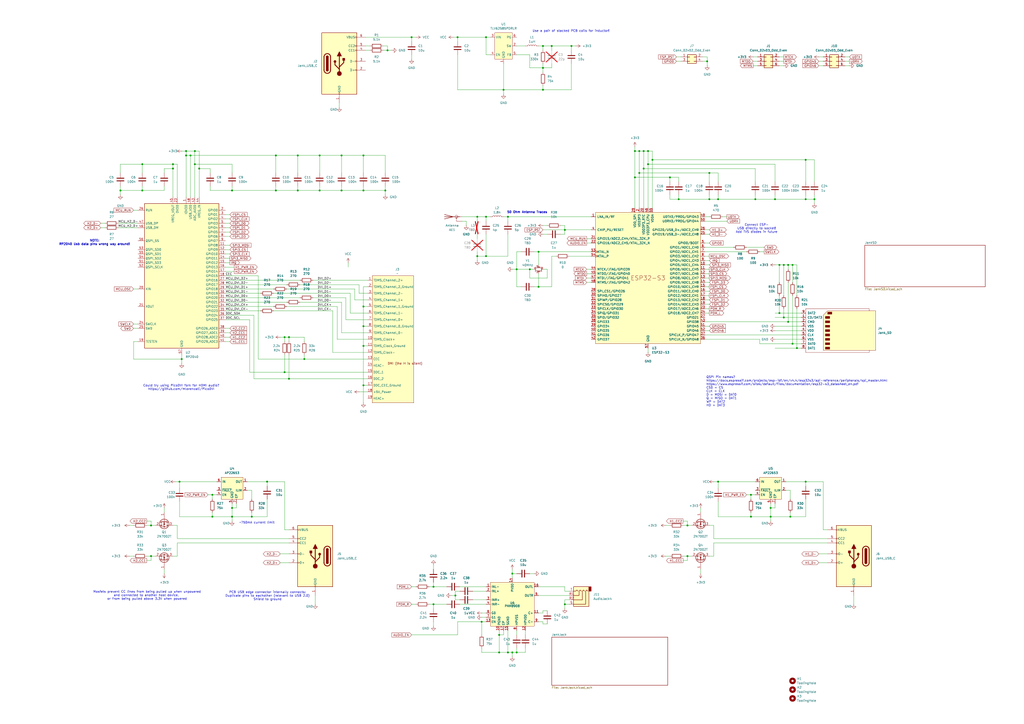
<source format=kicad_sch>
(kicad_sch (version 20231120) (generator "eeschema") (generator_version "8.0")
  (paper "A2")
  (junction (at 454.66 184.15))
  (junction (at 314.96 26.67))
  (junction (at 172.72 110.49))
  (junction (at 238.76 21.59))
  (junction (at 134.62 294.64))
  (junction (at 410.21 35.56))
  (junction (at 289.56 378.46))
  (junction (at 435.61 287.02))
  (junction (at 411.48 115.57))
  (junction (at 458.47 299.72))
  (junction (at 185.42 110.49))
  (junction (at 435.61 299.72))
  (junction (at 378.46 92.71))
  (junction (at 113.03 95.25))
  (junction (at 134.62 110.49))
  (junction (at 107.95 87.63))
  (junction (at 299.72 156.21))
  (junction (at 292.1 52.07))
  (junction (at 210.82 177.8))
  (junction (at 276.86 148.59))
  (junction (at 467.36 115.57))
  (junction (at 447.04 294.64))
  (junction (at 416.56 115.57))
  (junction (at 107.95 90.17))
  (junction (at 224.79 29.21))
  (junction (at 104.14 279.4))
  (junction (at 134.62 299.72))
  (junction (at 467.36 92.71))
  (junction (at 314.96 39.37))
  (junction (at 297.18 332.74))
  (junction (at 210.82 110.49))
  (junction (at 331.47 26.67))
  (junction (at 375.92 87.63))
  (junction (at 312.42 166.37))
  (junction (at 281.94 21.59))
  (junction (at 375.92 95.25))
  (junction (at 467.36 279.4))
  (junction (at 393.7 115.57))
  (junction (at 110.49 90.17))
  (junction (at 457.2 186.69))
  (junction (at 87.63 304.8))
  (junction (at 370.84 100.33))
  (junction (at 210.82 223.52))
  (junction (at 82.55 110.49))
  (junction (at 320.04 26.67))
  (junction (at 210.82 90.17))
  (junction (at 165.1 215.9))
  (junction (at 459.74 153.67))
  (junction (at 165.1 195.58))
  (junction (at 160.02 90.17))
  (junction (at 447.04 299.72))
  (junction (at 167.64 219.71))
  (junction (at 459.74 199.39))
  (junction (at 368.3 87.63))
  (junction (at 398.78 304.8))
  (junction (at 172.72 90.17))
  (junction (at 251.46 350.52))
  (junction (at 314.96 52.07))
  (junction (at 454.66 153.67))
  (junction (at 438.15 115.57))
  (junction (at 294.64 378.46))
  (junction (at 449.58 115.57))
  (junction (at 307.34 156.21))
  (junction (at 198.12 90.17))
  (junction (at 373.38 97.79))
  (junction (at 185.42 90.17))
  (junction (at 452.12 181.61))
  (junction (at 100.33 97.79))
  (junction (at 462.28 201.93))
  (junction (at 210.82 189.23))
  (junction (at 281.94 148.59))
  (junction (at 113.03 87.63))
  (junction (at 210.82 200.66))
  (junction (at 472.44 115.57))
  (junction (at 154.94 279.4))
  (junction (at 297.18 378.46))
  (junction (at 69.85 110.49))
  (junction (at 265.43 21.59))
  (junction (at 368.3 102.87))
  (junction (at 279.4 360.68))
  (junction (at 327.66 350.52))
  (junction (at 276.86 125.73))
  (junction (at 223.52 110.49))
  (junction (at 264.16 345.44))
  (junction (at 87.63 322.58))
  (junction (at 373.38 87.63))
  (junction (at 281.94 125.73))
  (junction (at 452.12 153.67))
  (junction (at 388.62 102.87))
  (junction (at 294.64 125.73))
  (junction (at 100.33 95.25))
  (junction (at 411.48 100.33))
  (junction (at 198.12 110.49))
  (junction (at 146.05 299.72))
  (junction (at 457.2 153.67))
  (junction (at 115.57 97.79))
  (junction (at 416.56 279.4))
  (junction (at 123.19 299.72))
  (junction (at 167.64 195.58))
  (junction (at 82.55 95.25))
  (junction (at 398.78 322.58))
  (junction (at 327.66 133.35))
  (junction (at 160.02 110.49))
  (junction (at 105.41 208.28))
  (junction (at 123.19 287.02))
  (junction (at 312.42 146.05))
  (junction (at 299.72 378.46))
  (junction (at 289.56 368.3))
  (junction (at 370.84 87.63))
  (junction (at 251.46 340.36))
  (junction (at 176.53 208.28))
  (wire (pts (xy 373.38 97.79) (xy 373.38 120.65)))
  (wire (pts (xy 210.82 177.8) (xy 210.82 189.23)))
  (wire (pts (xy 299.72 378.46) (xy 304.8 378.46)))
  (wire (pts (xy 297.18 335.28) (xy 297.18 332.74)))
  (wire (pts (xy 181.61 162.56) (xy 213.36 162.56)))
  (wire (pts (xy 279.4 360.68) (xy 281.94 360.68)))
  (wire (pts (xy 314.96 49.53) (xy 314.96 52.07)))
  (wire (pts (xy 113.03 114.3) (xy 113.03 95.25)))
  (wire (pts (xy 472.44 115.57) (xy 472.44 113.03)))
  (wire (pts (xy 312.42 345.44) (xy 330.2 345.44)))
  (wire (pts (xy 449.58 181.61) (xy 452.12 181.61)))
  (wire (pts (xy 312.42 355.6) (xy 314.96 355.6)))
  (wire (pts (xy 265.43 360.68) (xy 265.43 368.3)))
  (wire (pts (xy 74.93 304.8) (xy 77.47 304.8)))
  (wire (pts (xy 340.36 156.21) (xy 342.9 156.21)))
  (wire (pts (xy 261.62 345.44) (xy 264.16 345.44)))
  (wire (pts (xy 440.69 199.39) (xy 440.69 196.85)))
  (wire (pts (xy 134.62 292.1) (xy 134.62 294.64)))
  (wire (pts (xy 276.86 125.73) (xy 281.94 125.73)))
  (wire (pts (xy 433.07 287.02) (xy 435.61 287.02)))
  (wire (pts (xy 158.75 170.18) (xy 203.2 170.18)))
  (wire (pts (xy 154.94 279.4) (xy 154.94 281.94)))
  (wire (pts (xy 408.94 128.27) (xy 421.64 128.27)))
  (wire (pts (xy 130.81 177.8) (xy 158.75 177.8)))
  (wire (pts (xy 474.98 33.02) (xy 477.52 33.02)))
  (wire (pts (xy 69.85 110.49) (xy 69.85 113.03)))
  (wire (pts (xy 408.94 194.31) (xy 464.82 194.31)))
  (wire (pts (xy 115.57 97.79) (xy 121.92 97.79)))
  (wire (pts (xy 198.12 110.49) (xy 198.12 107.95)))
  (wire (pts (xy 238.76 21.59) (xy 241.3 21.59)))
  (wire (pts (xy 276.86 128.27) (xy 276.86 125.73)))
  (wire (pts (xy 289.56 368.3) (xy 289.56 378.46)))
  (wire (pts (xy 133.35 124.46) (xy 130.81 124.46)))
  (wire (pts (xy 162.56 195.58) (xy 165.1 195.58)))
  (wire (pts (xy 414.02 322.58) (xy 414.02 314.96)))
  (wire (pts (xy 474.98 38.1) (xy 477.52 38.1)))
  (wire (pts (xy 276.86 148.59) (xy 276.86 151.13)))
  (wire (pts (xy 251.46 327.66) (xy 251.46 330.2)))
  (wire (pts (xy 113.03 87.63) (xy 115.57 87.63)))
  (wire (pts (xy 472.44 105.41) (xy 472.44 92.71)))
  (wire (pts (xy 299.72 156.21) (xy 307.34 156.21)))
  (wire (pts (xy 107.95 87.63) (xy 113.03 87.63)))
  (wire (pts (xy 200.66 172.72) (xy 200.66 185.42)))
  (wire (pts (xy 408.94 186.69) (xy 457.2 186.69)))
  (wire (pts (xy 85.09 302.26) (xy 87.63 302.26)))
  (wire (pts (xy 279.4 358.14) (xy 281.94 358.14)))
  (wire (pts (xy 134.62 299.72) (xy 146.05 299.72)))
  (wire (pts (xy 449.58 115.57) (xy 449.58 113.03)))
  (wire (pts (xy 447.04 292.1) (xy 447.04 294.64)))
  (wire (pts (xy 294.64 365.76) (xy 294.64 378.46)))
  (wire (pts (xy 327.66 350.52) (xy 327.66 347.98)))
  (wire (pts (xy 165.1 215.9) (xy 213.36 215.9)))
  (wire (pts (xy 314.96 130.81) (xy 317.5 130.81)))
  (wire (pts (xy 147.32 219.71) (xy 167.64 219.71)))
  (wire (pts (xy 294.64 125.73) (xy 294.64 128.27)))
  (wire (pts (xy 279.4 360.68) (xy 279.4 368.3)))
  (wire (pts (xy 408.94 173.99) (xy 411.48 173.99)))
  (wire (pts (xy 182.88 345.44) (xy 182.88 350.52)))
  (wire (pts (xy 317.5 156.21) (xy 317.5 161.29)))
  (wire (pts (xy 447.04 299.72) (xy 458.47 299.72)))
  (wire (pts (xy 133.35 147.32) (xy 130.81 147.32)))
  (wire (pts (xy 198.12 175.26) (xy 198.12 193.04)))
  (wire (pts (xy 264.16 347.98) (xy 264.16 345.44)))
  (wire (pts (xy 398.78 304.8) (xy 396.24 304.8)))
  (wire (pts (xy 447.04 299.72) (xy 447.04 302.26)))
  (wire (pts (xy 87.63 322.58) (xy 85.09 322.58)))
  (wire (pts (xy 388.62 113.03) (xy 388.62 115.57)))
  (wire (pts (xy 302.26 146.05) (xy 299.72 146.05)))
  (wire (pts (xy 320.04 166.37) (xy 320.04 148.59)))
  (wire (pts (xy 133.35 195.58) (xy 130.81 195.58)))
  (wire (pts (xy 100.33 95.25) (xy 102.87 95.25)))
  (wire (pts (xy 137.16 292.1) (xy 137.16 294.64)))
  (wire (pts (xy 411.48 115.57) (xy 393.7 115.57)))
  (wire (pts (xy 123.19 287.02) (xy 125.73 287.02)))
  (wire (pts (xy 154.94 299.72) (xy 146.05 299.72)))
  (wire (pts (xy 462.28 179.07) (xy 462.28 201.93)))
  (wire (pts (xy 411.48 135.89) (xy 408.94 135.89)))
  (wire (pts (xy 68.58 129.54) (xy 80.01 129.54)))
  (wire (pts (xy 149.86 208.28) (xy 176.53 208.28)))
  (wire (pts (xy 314.96 135.89) (xy 317.5 135.89)))
  (wire (pts (xy 130.81 167.64) (xy 158.75 167.64)))
  (wire (pts (xy 123.19 297.18) (xy 123.19 299.72)))
  (wire (pts (xy 201.93 152.4) (xy 201.93 154.94)))
  (wire (pts (xy 414.02 304.8) (xy 414.02 312.42)))
  (wire (pts (xy 208.28 170.18) (xy 213.36 170.18)))
  (wire (pts (xy 130.81 162.56) (xy 173.99 162.56)))
  (wire (pts (xy 134.62 299.72) (xy 123.19 299.72)))
  (wire (pts (xy 265.43 52.07) (xy 265.43 31.75)))
  (wire (pts (xy 449.58 294.64) (xy 447.04 294.64)))
  (wire (pts (xy 411.48 156.21) (xy 408.94 156.21)))
  (wire (pts (xy 210.82 110.49) (xy 210.82 107.95)))
  (wire (pts (xy 133.35 127) (xy 130.81 127)))
  (wire (pts (xy 262.89 21.59) (xy 265.43 21.59)))
  (wire (pts (xy 205.74 167.64) (xy 205.74 173.99)))
  (wire (pts (xy 401.32 304.8) (xy 398.78 304.8)))
  (wire (pts (xy 144.78 215.9) (xy 165.1 215.9)))
  (wire (pts (xy 82.55 110.49) (xy 95.25 110.49)))
  (wire (pts (xy 375.92 87.63) (xy 378.46 87.63)))
  (wire (pts (xy 185.42 110.49) (xy 198.12 110.49)))
  (wire (pts (xy 449.58 95.25) (xy 375.92 95.25)))
  (wire (pts (xy 146.05 299.72) (xy 146.05 297.18)))
  (wire (pts (xy 279.4 355.6) (xy 281.94 355.6)))
  (wire (pts (xy 100.33 97.79) (xy 95.25 97.79)))
  (wire (pts (xy 58.42 132.08) (xy 60.96 132.08)))
  (wire (pts (xy 100.33 114.3) (xy 100.33 97.79)))
  (wire (pts (xy 340.36 161.29) (xy 342.9 161.29)))
  (wire (pts (xy 407.67 33.02) (xy 410.21 33.02)))
  (wire (pts (xy 454.66 184.15) (xy 464.82 184.15)))
  (wire (pts (xy 304.8 26.67) (xy 299.72 26.67)))
  (wire (pts (xy 299.72 375.92) (xy 299.72 378.46)))
  (wire (pts (xy 198.12 193.04) (xy 213.36 193.04)))
  (wire (pts (xy 449.58 191.77) (xy 464.82 191.77)))
  (wire (pts (xy 198.12 110.49) (xy 210.82 110.49)))
  (wire (pts (xy 457.2 153.67) (xy 457.2 156.21)))
  (wire (pts (xy 223.52 110.49) (xy 223.52 113.03)))
  (wire (pts (xy 416.56 299.72) (xy 416.56 290.83)))
  (wire (pts (xy 104.14 283.21) (xy 104.14 279.4)))
  (wire (pts (xy 408.94 176.53) (xy 411.48 176.53)))
  (wire (pts (xy 467.36 92.71) (xy 378.46 92.71)))
  (wire (pts (xy 302.26 166.37) (xy 299.72 166.37)))
  (wire (pts (xy 195.58 177.8) (xy 195.58 196.85)))
  (wire (pts (xy 304.8 368.3) (xy 304.8 365.76)))
  (wire (pts (xy 77.47 167.64) (xy 80.01 167.64)))
  (wire (pts (xy 104.14 279.4) (xy 101.6 279.4)))
  (wire (pts (xy 375.92 204.47) (xy 375.92 201.93)))
  (wire (pts (xy 414.02 279.4) (xy 416.56 279.4)))
  (wire (pts (xy 105.41 208.28) (xy 105.41 205.74)))
  (wire (pts (xy 165.1 307.34) (xy 165.1 279.4)))
  (wire (pts (xy 274.32 347.98) (xy 281.94 347.98)))
  (wire (pts (xy 411.48 161.29) (xy 408.94 161.29)))
  (wire (pts (xy 368.3 102.87) (xy 388.62 102.87)))
  (wire (pts (xy 196.85 59.69) (xy 196.85 62.23)))
  (wire (pts (xy 292.1 54.61) (xy 292.1 52.07)))
  (wire (pts (xy 149.86 208.28) (xy 149.86 160.02)))
  (wire (pts (xy 314.96 26.67) (xy 320.04 26.67)))
  (wire (pts (xy 167.64 219.71) (xy 213.36 219.71)))
  (wire (pts (xy 213.36 166.37) (xy 210.82 166.37)))
  (wire (pts (xy 213.36 223.52) (xy 210.82 223.52)))
  (wire (pts (xy 457.2 186.69) (xy 464.82 186.69)))
  (wire (pts (xy 449.58 153.67) (xy 452.12 153.67)))
  (wire (pts (xy 144.78 185.42) (xy 130.81 185.42)))
  (wire (pts (xy 264.16 342.9) (xy 266.7 342.9)))
  (wire (pts (xy 238.76 368.3) (xy 265.43 368.3)))
  (wire (pts (xy 297.18 378.46) (xy 299.72 378.46)))
  (wire (pts (xy 436.88 35.56) (xy 439.42 35.56)))
  (wire (pts (xy 160.02 110.49) (xy 172.72 110.49)))
  (wire (pts (xy 327.66 340.36) (xy 312.42 340.36)))
  (wire (pts (xy 368.3 87.63) (xy 368.3 102.87)))
  (wire (pts (xy 340.36 158.75) (xy 342.9 158.75)))
  (wire (pts (xy 477.52 307.34) (xy 477.52 279.4)))
  (wire (pts (xy 411.48 181.61) (xy 408.94 181.61)))
  (wire (pts (xy 458.47 299.72) (xy 458.47 297.18)))
  (wire (pts (xy 438.15 115.57) (xy 438.15 113.03)))
  (wire (pts (xy 410.21 35.56) (xy 407.67 35.56)))
  (wire (pts (xy 312.42 146.05) (xy 312.42 153.67)))
  (wire (pts (xy 386.08 322.58) (xy 388.62 322.58)))
  (wire (pts (xy 69.85 100.33) (xy 69.85 95.25)))
  (wire (pts (xy 158.75 180.34) (xy 193.04 180.34)))
  (wire (pts (xy 436.88 38.1) (xy 439.42 38.1)))
  (wire (pts (xy 435.61 297.18) (xy 435.61 299.72)))
  (wire (pts (xy 449.58 189.23) (xy 464.82 189.23)))
  (wire (pts (xy 307.34 161.29) (xy 317.5 161.29)))
  (wire (pts (xy 325.12 135.89) (xy 327.66 135.89)))
  (wire (pts (xy 459.74 171.45) (xy 459.74 199.39)))
  (wire (pts (xy 162.56 326.39) (xy 167.64 326.39)))
  (wire (pts (xy 69.85 95.25) (xy 82.55 95.25)))
  (wire (pts (xy 102.87 304.8) (xy 102.87 312.42)))
  (wire (pts (xy 121.92 97.79) (xy 121.92 100.33)))
  (wire (pts (xy 82.55 95.25) (xy 100.33 95.25)))
  (wire (pts (xy 208.28 227.33) (xy 213.36 227.33)))
  (wire (pts (xy 121.92 110.49) (xy 134.62 110.49)))
  (wire (pts (xy 312.42 26.67) (xy 314.96 26.67)))
  (wire (pts (xy 467.36 289.56) (xy 467.36 299.72)))
  (wire (pts (xy 392.43 35.56) (xy 394.97 35.56)))
  (wire (pts (xy 449.58 105.41) (xy 449.58 95.25)))
  (wire (pts (xy 279.4 378.46) (xy 279.4 375.92)))
  (wire (pts (xy 102.87 314.96) (xy 167.64 314.96)))
  (wire (pts (xy 388.62 102.87) (xy 388.62 105.41)))
  (wire (pts (xy 378.46 87.63) (xy 378.46 92.71)))
  (wire (pts (xy 370.84 87.63) (xy 370.84 100.33)))
  (wire (pts (xy 392.43 33.02) (xy 394.97 33.02)))
  (wire (pts (xy 454.66 33.02) (xy 452.12 33.02)))
  (wire (pts (xy 449.58 115.57) (xy 467.36 115.57)))
  (wire (pts (xy 147.32 219.71) (xy 147.32 182.88)))
  (wire (pts (xy 195.58 196.85) (xy 213.36 196.85)))
  (wire (pts (xy 160.02 90.17) (xy 172.72 90.17)))
  (wire (pts (xy 492.76 33.02) (xy 490.22 33.02)))
  (wire (pts (xy 419.1 125.73) (xy 421.64 125.73)))
  (wire (pts (xy 495.3 345.44) (xy 495.3 350.52)))
  (wire (pts (xy 292.1 368.3) (xy 289.56 368.3)))
  (wire (pts (xy 205.74 173.99) (xy 213.36 173.99)))
  (wire (pts (xy 224.79 29.21) (xy 227.33 29.21)))
  (wire (pts (xy 414.02 312.42) (xy 480.06 312.42)))
  (wire (pts (xy 281.94 148.59) (xy 276.86 148.59)))
  (wire (pts (xy 167.64 198.12) (xy 167.64 195.58)))
  (wire (pts (xy 95.25 110.49) (xy 95.25 107.95)))
  (wire (pts (xy 133.35 134.62) (xy 130.81 134.62)))
  (wire (pts (xy 411.48 125.73) (xy 408.94 125.73)))
  (wire (pts (xy 320.04 36.83) (xy 320.04 39.37)))
  (wire (pts (xy 162.56 321.31) (xy 167.64 321.31)))
  (wire (pts (xy 292.1 52.07) (xy 265.43 52.07)))
  (wire (pts (xy 133.35 190.5) (xy 130.81 190.5)))
  (wire (pts (xy 393.7 102.87) (xy 388.62 102.87)))
  (wire (pts (xy 312.42 360.68) (xy 314.96 360.68)))
  (wire (pts (xy 104.14 299.72) (xy 104.14 290.83)))
  (wire (pts (xy 210.82 189.23) (xy 213.36 189.23)))
  (wire (pts (xy 265.43 21.59) (xy 265.43 24.13)))
  (wire (pts (xy 251.46 350.52) (xy 251.46 353.06)))
  (wire (pts (xy 433.07 143.51) (xy 443.23 143.51)))
  (wire (pts (xy 408.94 168.91) (xy 411.48 168.91)))
  (wire (pts (xy 414.02 314.96) (xy 480.06 314.96)))
  (wire (pts (xy 370.84 100.33) (xy 411.48 100.33)))
  (wire (pts (xy 454.66 153.67) (xy 454.66 171.45)))
  (wire (pts (xy 416.56 115.57) (xy 438.15 115.57)))
  (wire (pts (xy 279.4 360.68) (xy 265.43 360.68)))
  (wire (pts (xy 251.46 363.22) (xy 251.46 360.68)))
  (wire (pts (xy 459.74 163.83) (xy 459.74 153.67)))
  (wire (pts (xy 325.12 130.81) (xy 327.66 130.81)))
  (wire (pts (xy 416.56 283.21) (xy 416.56 279.4)))
  (wire (pts (xy 130.81 170.18) (xy 151.13 170.18)))
  (wire (pts (xy 289.56 365.76) (xy 289.56 368.3)))
  (wire (pts (xy 134.62 95.25) (xy 134.62 100.33)))
  (wire (pts (xy 165.1 279.4) (xy 154.94 279.4)))
  (wire (pts (xy 408.94 146.05) (xy 433.07 146.05)))
  (wire (pts (xy 370.84 100.33) (xy 370.84 120.65)))
  (wire (pts (xy 248.92 350.52) (xy 251.46 350.52)))
  (wire (pts (xy 69.85 110.49) (xy 69.85 107.95)))
  (wire (pts (xy 193.04 204.47) (xy 213.36 204.47)))
  (wire (pts (xy 95.25 332.74) (xy 95.25 330.2)))
  (wire (pts (xy 210.82 177.8) (xy 213.36 177.8)))
  (wire (pts (xy 176.53 208.28) (xy 213.36 208.28)))
  (wire (pts (xy 95.25 97.79) (xy 95.25 100.33)))
  (wire (pts (xy 133.35 129.54) (xy 130.81 129.54)))
  (wire (pts (xy 474.98 321.31) (xy 480.06 321.31)))
  (wire (pts (xy 238.76 350.52) (xy 241.3 350.52)))
  (wire (pts (xy 320.04 148.59) (xy 322.58 148.59)))
  (wire (pts (xy 327.66 133.35) (xy 342.9 133.35)))
  (wire (pts (xy 133.35 132.08) (xy 130.81 132.08)))
  (wire (pts (xy 411.48 100.33) (xy 411.48 105.41)))
  (wire (pts (xy 198.12 90.17) (xy 198.12 100.33)))
  (wire (pts (xy 327.66 130.81) (xy 327.66 133.35)))
  (wire (pts (xy 289.56 378.46) (xy 294.64 378.46)))
  (wire (pts (xy 327.66 353.06) (xy 327.66 350.52)))
  (wire (pts (xy 133.35 142.24) (xy 130.81 142.24)))
  (wire (pts (xy 393.7 115.57) (xy 393.7 113.03)))
  (wire (pts (xy 58.42 129.54) (xy 60.96 129.54)))
  (wire (pts (xy 185.42 90.17) (xy 198.12 90.17)))
  (wire (pts (xy 107.95 90.17) (xy 107.95 87.63)))
  (wire (pts (xy 87.63 325.12) (xy 87.63 322.58)))
  (wire (pts (xy 411.48 153.67) (xy 408.94 153.67)))
  (wire (pts (xy 133.35 193.04) (xy 130.81 193.04)))
  (wire (pts (xy 210.82 189.23) (xy 210.82 200.66)))
  (wire (pts (xy 270.51 128.27) (xy 270.51 130.81)))
  (wire (pts (xy 134.62 294.64) (xy 134.62 299.72)))
  (wire (pts (xy 331.47 36.83) (xy 331.47 52.07)))
  (wire (pts (xy 449.58 292.1) (xy 449.58 294.64)))
  (wire (pts (xy 266.7 350.52) (xy 281.94 350.52)))
  (wire (pts (xy 340.36 163.83) (xy 342.9 163.83)))
  (wire (pts (xy 87.63 302.26) (xy 87.63 304.8)))
  (wire (pts (xy 447.04 294.64) (xy 447.04 299.72)))
  (wire (pts (xy 438.15 105.41) (xy 438.15 97.79)))
  (wire (pts (xy 327.66 347.98) (xy 330.2 347.98)))
  (wire (pts (xy 281.94 21.59) (xy 281.94 31.75)))
  (wire (pts (xy 100.33 95.25) (xy 100.33 97.79)))
  (wire (pts (xy 307.34 161.29) (xy 307.34 156.21)))
  (wire (pts (xy 166.37 177.8) (xy 195.58 177.8)))
  (wire (pts (xy 203.2 170.18) (xy 203.2 181.61)))
  (wire (pts (xy 309.88 332.74) (xy 307.34 332.74)))
  (wire (pts (xy 238.76 31.75) (xy 238.76 34.29)))
  (wire (pts (xy 398.78 302.26) (xy 398.78 304.8)))
  (wire (pts (xy 452.12 181.61) (xy 464.82 181.61)))
  (wire (pts (xy 408.94 163.83) (xy 411.48 163.83)))
  (wire (pts (xy 474.98 35.56) (xy 477.52 35.56)))
  (wire (pts (xy 467.36 299.72) (xy 458.47 299.72)))
  (wire (pts (xy 102.87 95.25) (xy 102.87 114.3)))
  (wire (pts (xy 87.63 304.8) (xy 85.09 304.8)))
  (wire (pts (xy 172.72 110.49) (xy 185.42 110.49)))
  (wire (pts (xy 173.99 165.1) (xy 208.28 165.1)))
  (wire (pts (xy 105.41 210.82) (xy 105.41 208.28)))
  (wire (pts (xy 440.69 199.39) (xy 459.74 199.39)))
  (wire (pts (xy 130.81 172.72) (xy 173.99 172.72)))
  (wire (pts (xy 396.24 302.26) (xy 398.78 302.26)))
  (wire (pts (xy 373.38 87.63) (xy 375.92 87.63)))
  (wire (pts (xy 299.72 368.3) (xy 299.72 365.76)))
  (wire (pts (xy 472.44 92.71) (xy 467.36 92.71)))
  (wire (pts (xy 440.69 196.85) (xy 408.94 196.85)))
  (wire (pts (xy 314.96 361.95) (xy 317.5 361.95)))
  (wire (pts (xy 411.48 179.07) (xy 408.94 179.07)))
  (wire (pts (xy 289.56 378.46) (xy 279.4 378.46)))
  (wire (pts (xy 449.58 184.15) (xy 454.66 184.15)))
  (wire (pts (xy 77.47 190.5) (xy 80.01 190.5)))
  (wire (pts (xy 102.87 322.58) (xy 100.33 322.58)))
  (wire (pts (xy 210.82 90.17) (xy 210.82 100.33)))
  (wire (pts (xy 176.53 198.12) (xy 176.53 195.58)))
  (wire (pts (xy 107.95 90.17) (xy 107.95 114.3)))
  (wire (pts (xy 398.78 322.58) (xy 396.24 322.58)))
  (wire (pts (xy 480.06 307.34) (xy 477.52 307.34)))
  (wire (pts (xy 454.66 153.67) (xy 457.2 153.67)))
  (wire (pts (xy 133.35 137.16) (xy 130.81 137.16)))
  (wire (pts (xy 82.55 100.33) (xy 82.55 95.25)))
  (wire (pts (xy 452.12 171.45) (xy 452.12 181.61)))
  (wire (pts (xy 375.92 95.25) (xy 375.92 120.65)))
  (wire (pts (xy 304.8 378.46) (xy 304.8 375.92)))
  (wire (pts (xy 411.48 151.13) (xy 408.94 151.13)))
  (wire (pts (xy 492.76 35.56) (xy 490.22 35.56)))
  (wire (pts (xy 393.7 105.41) (xy 393.7 102.87)))
  (wire (pts (xy 435.61 287.02) (xy 435.61 289.56)))
  (wire (pts (xy 411.48 133.35) (xy 408.94 133.35)))
  (wire (pts (xy 454.66 179.07) (xy 454.66 184.15)))
  (wire (pts (xy 452.12 153.67) (xy 454.66 153.67)))
  (wire (pts (xy 134.62 107.95) (xy 134.62 110.49)))
  (wire (pts (xy 462.28 201.93) (xy 464.82 201.93)))
  (wire (pts (xy 411.48 100.33) (xy 416.56 100.33)))
  (wire (pts (xy 455.93 279.4) (xy 467.36 279.4)))
  (wire (pts (xy 198.12 90.17) (xy 210.82 90.17)))
  (wire (pts (xy 123.19 299.72) (xy 104.14 299.72)))
  (wire (pts (xy 200.66 185.42) (xy 213.36 185.42)))
  (wire (pts (xy 408.94 166.37) (xy 411.48 166.37)))
  (wire (pts (xy 222.25 26.67) (xy 224.79 26.67)))
  (wire (pts (xy 492.76 38.1) (xy 490.22 38.1)))
  (wire (pts (xy 251.46 337.82) (xy 251.46 340.36)))
  (wire (pts (xy 330.2 148.59) (xy 342.9 148.59)))
  (wire (pts (xy 210.82 200.66) (xy 213.36 200.66)))
  (wire (pts (xy 299.72 31.75) (xy 307.34 31.75)))
  (wire (pts (xy 370.84 87.63) (xy 373.38 87.63)))
  (wire (pts (xy 266.7 340.36) (xy 281.94 340.36)))
  (wire (pts (xy 115.57 97.79) (xy 115.57 114.3)))
  (wire (pts (xy 408.94 189.23) (xy 411.48 189.23)))
  (wire (pts (xy 167.64 195.58) (xy 176.53 195.58)))
  (wire (pts (xy 238.76 340.36) (xy 241.3 340.36)))
  (wire (pts (xy 416.56 113.03) (xy 416.56 115.57)))
  (wire (pts (xy 210.82 90.17) (xy 223.52 90.17)))
  (wire (pts (xy 113.03 87.63) (xy 113.03 95.25)))
  (wire (pts (xy 133.35 149.86) (xy 130.81 149.86)))
  (wire (pts (xy 251.46 350.52) (xy 259.08 350.52)))
  (wire (pts (xy 172.72 90.17) (xy 172.72 100.33)))
  (wire (pts (xy 411.48 148.59) (xy 408.94 148.59)))
  (wire (pts (xy 77.47 121.92) (xy 80.01 121.92)))
  (wire (pts (xy 297.18 330.2) (xy 297.18 332.74)))
  (wire (pts (xy 307.34 31.75) (xy 307.34 39.37)))
  (wire (pts (xy 297.18 378.46) (xy 297.18 381)))
  (wire (pts (xy 266.7 347.98) (xy 264.16 347.98)))
  (wire (pts (xy 85.09 325.12) (xy 87.63 325.12)))
  (wire (pts (xy 102.87 312.42) (xy 167.64 312.42)))
  (wire (pts (xy 467.36 115.57) (xy 472.44 115.57)))
  (wire (pts (xy 314.96 355.6) (xy 314.96 354.33)))
  (wire (pts (xy 373.38 97.79) (xy 438.15 97.79)))
  (wire (pts (xy 274.32 342.9) (xy 281.94 342.9)))
  (wire (pts (xy 224.79 26.67) (xy 224.79 29.21)))
  (wire (pts (xy 133.35 198.12) (xy 130.81 198.12)))
  (wire (pts (xy 401.32 322.58) (xy 398.78 322.58)))
  (wire (pts (xy 165.1 195.58) (xy 167.64 195.58)))
  (wire (pts (xy 172.72 110.49) (xy 172.72 107.95)))
  (wire (pts (xy 340.36 140.97) (xy 342.9 140.97)))
  (wire (pts (xy 223.52 110.49) (xy 223.52 107.95)))
  (wire (pts (xy 144.78 215.9) (xy 144.78 185.42)))
  (wire (pts (xy 110.49 90.17) (xy 107.95 90.17)))
  (wire (pts (xy 281.94 148.59) (xy 294.64 148.59)))
  (wire (pts (xy 416.56 100.33) (xy 416.56 105.41)))
  (wire (pts (xy 312.42 166.37) (xy 309.88 166.37)))
  (wire (pts (xy 411.48 115.57) (xy 411.48 113.03)))
  (wire (pts (xy 251.46 340.36) (xy 259.08 340.36)))
  (wire (pts (xy 130.81 180.34) (xy 151.13 180.34)))
  (wire (pts (xy 210.82 166.37) (xy 210.82 177.8)))
  (wire (pts (xy 203.2 181.61) (xy 213.36 181.61)))
  (wire (pts (xy 77.47 187.96) (xy 80.01 187.96)))
  (wire (pts (xy 69.85 110.49) (xy 82.55 110.49)))
  (wire (pts (xy 167.64 205.74) (xy 167.64 219.71)))
  (wire (pts (xy 467.36 279.4) (xy 467.36 281.94)))
  (wire (pts (xy 416.56 279.4) (xy 438.15 279.4)))
  (wire (pts (xy 452.12 163.83) (xy 452.12 153.67)))
  (wire (pts (xy 265.43 21.59) (xy 281.94 21.59)))
  (wire (pts (xy 134.62 110.49) (xy 160.02 110.49)))
  (wire (pts (xy 172.72 90.17) (xy 185.42 90.17)))
  (wire (pts (xy 176.53 205.74) (xy 176.53 208.28)))
  (wire (pts (xy 105.41 87.63) (xy 107.95 87.63)))
  (wire (pts (xy 223.52 90.17) (xy 223.52 100.33)))
  (wire (pts (xy 440.69 146.05) (xy 443.23 146.05)))
  (wire (pts (xy 281.94 125.73) (xy 284.48 125.73)))
  (wire (pts (xy 314.96 156.21) (xy 317.5 156.21)))
  (wire (pts (xy 312.42 158.75) (xy 312.42 166.37)))
  (wire (pts (xy 294.64 148.59) (xy 294.64 135.89)))
  (wire (pts (xy 210.82 110.49) (xy 223.52 110.49)))
  (wire (pts (xy 330.2 342.9) (xy 327.66 342.9)))
  (wire (pts (xy 137.16 294.64) (xy 134.62 294.64)))
  (wire (pts (xy 120.65 287.02) (xy 123.19 287.02)))
  (wire (pts (xy 368.3 102.87) (xy 368.3 120.65)))
  (wire (pts (xy 408.94 191.77) (xy 411.48 191.77)))
  (wire (pts (xy 146.05 284.48) (xy 143.51 284.48)))
  (wire (pts (xy 276.86 135.89) (xy 276.86 138.43)))
  (wire (pts (xy 472.44 118.11) (xy 472.44 115.57)))
  (wire (pts (xy 146.05 284.48) (xy 146.05 289.56)))
  (wire (pts (xy 248.92 340.36) (xy 251.46 340.36)))
  (wire (pts (xy 214.63 26.67) (xy 212.09 26.67)))
  (wire (pts (xy 467.36 105.41) (xy 467.36 92.71)))
  (wire (pts (xy 459.74 199.39) (xy 464.82 199.39)))
  (wire (pts (xy 165.1 198.12) (xy 165.1 195.58)))
  (wire (pts (xy 474.98 326.39) (xy 480.06 326.39)))
  (wire (pts (xy 334.01 26.67) (xy 331.47 26.67)))
  (wire (pts (xy 160.02 110.49) (xy 160.02 107.95)))
  (wire (pts (xy 165.1 205.74) (xy 165.1 215.9)))
  (wire (pts (xy 368.3 87.63) (xy 370.84 87.63)))
  (wire (pts (xy 160.02 100.33) (xy 160.02 90.17)))
  (wire (pts (xy 435.61 299.72) (xy 416.56 299.72)))
  (wire (pts (xy 214.63 29.21) (xy 212.09 29.21)))
  (wire (pts (xy 135.89 157.48) (xy 130.81 157.48)))
  (wire (pts (xy 462.28 171.45) (xy 462.28 153.67)))
  (wire (pts (xy 238.76 21.59) (xy 212.09 21.59)))
  (wire (pts (xy 368.3 85.09) (xy 368.3 87.63)))
  (wire (pts (xy 284.48 31.75) (xy 281.94 31.75)))
  (wire (pts (xy 459.74 153.67) (xy 462.28 153.67)))
  (wire (pts (xy 299.72 166.37) (xy 299.72 156.21)))
  (wire (pts (xy 167.64 307.34) (xy 165.1 307.34)))
  (wire (pts (xy 438.15 115.57) (xy 449.58 115.57)))
  (wire (pts (xy 264.16 345.44) (xy 264.16 342.9)))
  (wire (pts (xy 154.94 289.56) (xy 154.94 299.72)))
  (wire (pts (xy 297.18 332.74) (xy 299.72 332.74)))
  (wire (pts (xy 435.61 287.02) (xy 438.15 287.02)))
  (wire (pts (xy 281.94 21.59) (xy 284.48 21.59)))
  (wire (pts (xy 134.62 299.72) (xy 134.62 302.26)))
  (wire (pts (xy 166.37 167.64) (xy 205.74 167.64)))
  (wire (pts (xy 210.82 223.52) (xy 210.82 233.68)))
  (wire (pts (xy 307.34 39.37) (xy 314.96 39.37)))
  (wire (pts (xy 454.66 38.1) (xy 452.12 38.1)))
  (wire (pts (xy 314.96 360.68) (xy 314.96 361.95)))
  (wire (pts (xy 393.7 115.57) (xy 388.62 115.57)))
  (wire (pts (xy 458.47 284.48) (xy 458.47 289.56)))
  (wire (pts (xy 320.04 26.67) (xy 320.04 29.21)))
  (wire (pts (xy 113.03 95.25) (xy 134.62 95.25)))
  (wire (pts (xy 294.64 378.46) (xy 297.18 378.46)))
  (wire (pts (xy 309.88 146.05) (xy 312.42 146.05)))
  (wire (pts (xy 74.93 322.58) (xy 77.47 322.58)))
  (wire (pts (xy 314.96 39.37) (xy 314.96 41.91)))
  (wire (pts (xy 307.34 156.21) (xy 309.88 156.21)))
  (wire (pts (xy 410.21 33.02) (xy 410.21 35.56)))
  (wire (pts (xy 267.97 125.73) (xy 276.86 125.73)))
  (wire (pts (xy 208.28 165.1) (xy 208.28 170.18)))
  (wire (pts (xy 398.78 325.12) (xy 398.78 322.58)))
  (wire (pts (xy 386.08 304.8) (xy 388.62 304.8)))
  (wire (pts (xy 135.89 154.94) (xy 130.81 154.94)))
  (wire (pts (xy 327.66 135.89) (xy 327.66 133.35)))
  (wire (pts (xy 110.49 90.17) (xy 110.49 114.3)))
  (wire (pts (xy 133.35 152.4) (xy 130.81 152.4)))
  (wire (pts (xy 411.48 158.75) (xy 408.94 158.75)))
  (wire (pts (xy 160.02 90.17) (xy 110.49 90.17)))
  (wire (pts (xy 90.17 304.8) (xy 87.63 304.8)))
  (wire (pts (xy 292.1 125.73) (xy 294.64 125.73)))
  (wire (pts (xy 375.92 87.63) (xy 375.92 95.25)))
  (wire (pts (xy 77.47 198.12) (xy 77.47 208.28)))
  (wire (pts (xy 121.92 110.49) (xy 121.92 107.95)))
  (wire (pts (xy 457.2 153.67) (xy 459.74 153.67)))
  (wire (pts (xy 185.42 110.49) (xy 185.42 107.95)))
  (wire (pts (xy 373.38 87.63) (xy 373.38 97.79)))
  (wire (pts (xy 454.66 35.56) (xy 452.12 35.56)))
  (wire (pts (xy 312.42 146.05) (xy 342.9 146.05)))
  (wire (pts (xy 185.42 90.17) (xy 185.42 100.33)))
  (wire (pts (xy 147.32 182.88) (xy 130.81 182.88)))
  (wire (pts (xy 467.36 115.57) (xy 467.36 113.03)))
  (wire (pts (xy 314.96 36.83) (xy 314.96 39.37)))
  (wire (pts (xy 276.86 148.59) (xy 276.86 146.05)))
  (wire (pts (xy 411.48 115.57) (xy 416.56 115.57)))
  (wire (pts (xy 396.24 325.12) (xy 398.78 325.12)))
  (wire (pts (xy 320.04 39.37) (xy 314.96 39.37)))
  (wire (pts (xy 130.81 144.78) (xy 133.35 144.78)))
  (wire (pts (xy 299.72 146.05) (xy 299.72 156.21)))
  (wire (pts (xy 436.88 33.02) (xy 439.42 33.02)))
  (wire (pts (xy 77.47 208.28) (xy 105.41 208.28)))
  (wire (pts (xy 130.81 175.26) (xy 166.37 175.26)))
  (wire (pts (xy 294.64 125.73) (xy 342.9 125.73)))
  (wire (pts (xy 143.51 279.4) (xy 154.94 279.4)))
  (wire (pts (xy 82.55 110.49) (xy 82.55 107.95)))
  (wire (pts (xy 181.61 172.72) (xy 200.66 172.72)))
  (wire (pts (xy 408.94 140.97) (xy 411.48 140.97)))
  (wire (pts (xy 312.42 166.37) (xy 320.04 166.37)))
  (wire (pts (xy 267.97 128.27) (xy 270.51 128.27)))
  (wire (pts (xy 104.14 279.4) (xy 125.73 279.4)))
  (wire (pts (xy 224.79 29.21) (xy 222.25 29.21)))
  (wire (pts (xy 102.87 304.8) (xy 100.33 304.8)))
  (wire (pts (xy 314.96 354.33) (xy 317.5 354.33)))
  (wire (pts (xy 95.25 294.64) (xy 95.25 297.18)))
  (wire (pts (xy 406.4 332.74) (xy 406.4 330.2)))
  (wire (pts (xy 327.66 342.9) (xy 327.66 340.36)))
  (wire (pts (xy 314.96 26.67) (xy 314.96 29.21)))
  (wire (pts (xy 314.96 52.07) (xy 292.1 52.07)))
  (wire (pts (xy 449.58 196.85) (xy 464.82 196.85)))
  (wire (pts (xy 80.01 198.12) (xy 77.47 198.12)))
  (wire (pts (xy 115.57 87.63) (xy 115.57 97.79)))
  (wire (pts (xy 410.21 35.56) (xy 410.21 38.1)))
  (wire (pts (xy 447.04 299.72) (xy 435.61 299.72)))
  (wire (pts (xy 378.46 92.71) (xy 378.46 120.65)))
  (wire (pts (xy 130.81 165.1) (xy 166.37 165.1)))
  (wire (pts (xy 102.87 322.58) (xy 102.87 314.96)))
  (wire (pts (xy 297.18 156.21) (xy 299.72 156.21)))
  (wire (pts (xy 68.58 132.08) (xy 80.01 132.08)))
  (wire (pts (xy 414.02 304.8) (xy 411.48 304.8)))
  (wire (pts (xy 320.04 26.67) (xy 331.47 26.67)))
  (wire (pts (xy 173.99 175.26) (xy 198.12 175.26)))
  (wire (pts (xy 90.17 322.58) (xy 87.63 322.58)))
  (wire (pts (xy 457.2 163.83) (xy 457.2 186.69)))
  (wire (pts (xy 327.66 350.52) (xy 330.2 350.52)))
  (wire (pts (xy 406.4 294.64) (xy 406.4 297.18)))
  (wire (pts (xy 408.94 171.45) (xy 411.48 171.45)))
  (wire (pts (xy 458.47 284.48) (xy 455.93 284.48)))
  (wire (pts (xy 238.76 24.13) (xy 238.76 21.59)))
  (wire (pts (xy 414.02 322.58) (xy 411.48 322.58)))
  (wire (pts (xy 340.36 138.43) (xy 342.9 138.43)))
  (wire (pts (xy 210.82 223.52) (xy 210.82 200.66)))
  (wire (pts (xy 281.94 135.89) (xy 281.94 148.59)))
  (wire (pts (xy 130.81 160.02) (xy 149.86 160.02)))
  (wire (pts (xy 314.96 133.35) (xy 327.66 133.35)))
  (wire (pts (xy 193.04 180.34) (xy 193.04 204.47)))
  (wire (pts (xy 449.58 201.93) (xy 462.28 201.93)))
  (wire (pts (xy 314.96 52.07) (xy 331.47 52.07)))
  (wire (pts (xy 331.47 26.67) (xy 331.47 29.21)))
  (wire (pts (xy 281.94 125.73) (xy 281.94 128.27)))
  (wire (pts (xy 425.45 143.51) (xy 408.94 143.51)))
  (wire (pts (xy 292.1 36.83) (xy 292.1 52.07)))
  (wire (pts (xy 123.19 289.56) (xy 123.19 287.02)))
  (wire (pts (xy 477.52 279.4) (xy 467.36 279.4)))
  (wire (pts (xy 292.1 365.76) (xy 292.1 368.3)))
  (text "QSPI Pin names?\nhttps://docs.espressif.com/projects/esp-idf/en/v4.4/esp32s3/api-reference/peripherals/spi_master.html\nhttps://www.espressif.com/sites/default/files/documentation/esp32-s3_datasheet_en.pdf\nCS0 = CS\nCLK = CLK\nD = MOSI = DAT0\nQ = MISO = DAT1\nWP = DAT2\nHD = DAT3" (at 409.702 227.076 0) (effects (font (size 1.27 1.27)) (justify left)))
  (text "Use a pair of stacked PCB coils for inductor!" (at 331.216 18.034 0) (effects (font (size 1.27 1.27))))
  (text "~750mA current limit" (at 149.098 303.276 0) (effects (font (size 1.27 1.27))))
  (text "Connect ESP-\nUSB directly to socket!\nAdd TVS diodes in future\n" (at 438.912 132.588 0) (effects (font (size 1.27 1.27))))
  (text "Could try using PicoDVI fork for HDMI audio?\nhttps://github.com/mlorenzati/PicoDVI" (at 105.156 224.79 0) (effects (font (size 1.27 1.27))))
  (text "50 Ohm Antenna Traces" (at 305.816 123.19 0) (effects (font (size 1.27 1.27) (thickness 0.254) (bold yes))))
  (text "Mosfets prevent CC lines from being pulled up when unpowered\nand connected to another host device, \nor from being pulled above 3.3V when powered" (at 85.344 345.44 0) (effects (font (size 1.27 1.27))))
  (text "NOTE:\nRP2040 Usb data pins wrong way around!" (at 54.864 140.716 0) (effects (font (size 1.27 1.27) (thickness 0.254) (bold yes))))
  (text "PCB USB edge connector internally connects:\nDuplicate pins to eachother (relevant to USB 2.0)\nShield to ground" (at 155.194 345.694 0) (effects (font (size 1.27 1.27))))
  (label "DVI_CK-" (at 184.15 180.34 0))
  (label "MCU_DVI_D2+" (at 130.81 162.56 0))
  (label "MCU_H2_D-" (at 68.58 129.54 0))
  (label "MCU_DVI_CK+" (at 130.81 177.8 0))
  (label "MCU_DVI_D1-" (at 130.81 170.18 0))
  (label "DDC_SDA" (at 130.81 182.88 0))
  (label "DVI_D0-" (at 184.15 175.26 0))
  (label "MCU_H2_D+" (at 68.58 132.08 0))
  (label "MCU_DVI_D0+" (at 130.81 172.72 0))
  (label "CEC" (at 130.81 160.02 0))
  (label "DVI_D1-" (at 184.15 170.18 0))
  (label "DVI_CK+" (at 184.15 177.8 0))
  (label "DVI_D0+" (at 184.15 172.72 0))
  (label "DVI_D2+" (at 184.15 162.56 0))
  (label "MCU_DVI_CK-" (at 130.81 180.34 0))
  (label "MCU_DVI_D1+" (at 130.81 167.64 0))
  (label "DDC_SCL" (at 130.81 185.42 0))
  (label "MCU_DVI_D0-" (at 130.81 175.26 0))
  (label "DVI_D1+" (at 184.15 167.64 0))
  (label "MCU_DVI_D2-" (at 130.81 165.1 0))
  (label "DVI_D2-" (at 184.15 165.1 0))
  (global_label "H1_CC1" (shape input) (at 133.35 198.12 0) (property "Intersheetrefs" "${INTERSHEET_REFS}" (effects (hide yes))))
  (global_label "SPI3_MOSI" (shape output) (at 411.48 161.29 0) (property "Intersheetrefs" "${INTERSHEET_REFS}" (effects (hide yes))))
  (global_label "ESP_RST" (shape input) (at 314.96 133.35 180) (property "Intersheetrefs" "${INTERSHEET_REFS}" (effects (hide yes))))
  (global_label "SPI3_CLK" (shape input) (at 133.35 147.32 0) (property "Intersheetrefs" "${INTERSHEET_REFS}" (effects (hide yes))))
  (global_label "U0RX" (shape output) (at 492.76 35.56 0) (property "Intersheetrefs" "${INTERSHEET_REFS}" (effects (hide yes))))
  (global_label "SWCLK" (shape output) (at 443.23 146.05 0) (property "Intersheetrefs" "${INTERSHEET_REFS}" (effects (hide yes))))
  (global_label "FSPI_CS" (shape output) (at 411.48 166.37 0) (property "Intersheetrefs" "${INTERSHEET_REFS}" (effects (hide yes))))
  (global_label "IRQ" (shape input) (at 411.48 151.13 0) (property "Intersheetrefs" "${INTERSHEET_REFS}" (effects (hide yes))))
  (global_label "H1_CC1" (shape output) (at 396.24 325.12 180) (property "Intersheetrefs" "${INTERSHEET_REFS}" (effects (hide yes))))
  (global_label "SPI3_MISO" (shape output) (at 133.35 149.86 0) (property "Intersheetrefs" "${INTERSHEET_REFS}" (effects (hide yes))))
  (global_label "IRQ" (shape output) (at 133.35 152.4 0) (property "Intersheetrefs" "${INTERSHEET_REFS}" (effects (hide yes))))
  (global_label "FSPI_D0" (shape bidirectional) (at 411.48 168.91 0) (property "Intersheetrefs" "${INTERSHEET_REFS}" (effects (hide yes))))
  (global_label "H2_PWR_EN" (shape output) (at 135.89 157.48 0) (property "Intersheetrefs" "${INTERSHEET_REFS}" (effects (hide yes))))
  (global_label "GPIO46" (shape input) (at 474.98 38.1 180) (property "Intersheetrefs" "${INTERSHEET_REFS}" (effects (hide yes))))
  (global_label "MTCK" (shape output) (at 454.66 33.02 0) (property "Intersheetrefs" "${INTERSHEET_REFS}" (effects (hide yes))))
  (global_label "SPI3_CS" (shape input) (at 133.35 144.78 0) (property "Intersheetrefs" "${INTERSHEET_REFS}" (effects (hide yes))))
  (global_label "MTCK" (shape input) (at 340.36 156.21 180) (property "Intersheetrefs" "${INTERSHEET_REFS}" (effects (hide yes))))
  (global_label "AUDIO_EN" (shape output) (at 340.36 140.97 180) (property "Intersheetrefs" "${INTERSHEET_REFS}" (effects (hide yes))))
  (global_label "FSPI_D3" (shape bidirectional) (at 133.35 137.16 0) (property "Intersheetrefs" "${INTERSHEET_REFS}" (effects (hide yes))))
  (global_label "H1_PWR_EN" (shape input) (at 433.07 287.02 180) (property "Intersheetrefs" "${INTERSHEET_REFS}" (effects (hide yes))))
  (global_label "GPIO0" (shape input) (at 411.48 140.97 0) (property "Intersheetrefs" "${INTERSHEET_REFS}" (effects (hide yes))))
  (global_label "H1_D-" (shape bidirectional) (at 474.98 321.31 180) (property "Intersheetrefs" "${INTERSHEET_REFS}" (effects (hide yes))))
  (global_label "PDM_R" (shape output) (at 411.48 179.07 0) (property "Intersheetrefs" "${INTERSHEET_REFS}" (effects (hide yes))))
  (global_label "SWD" (shape bidirectional) (at 443.23 143.51 0) (property "Intersheetrefs" "${INTERSHEET_REFS}" (effects (hide yes))))
  (global_label "FSPI_CLK" (shape input) (at 133.35 127 0) (property "Intersheetrefs" "${INTERSHEET_REFS}" (effects (hide yes))))
  (global_label "SPI3_MISO" (shape input) (at 411.48 153.67 0) (property "Intersheetrefs" "${INTERSHEET_REFS}" (effects (hide yes))))
  (global_label "FSPI_D3" (shape bidirectional) (at 411.48 163.83 0) (property "Intersheetrefs" "${INTERSHEET_REFS}" (effects (hide yes))))
  (global_label "H1_CC2" (shape input) (at 133.35 195.58 0) (property "Intersheetrefs" "${INTERSHEET_REFS}" (effects (hide yes))))
  (global_label "H2_D-" (shape bidirectional) (at 162.56 321.31 180) (property "Intersheetrefs" "${INTERSHEET_REFS}" (effects (hide yes))))
  (global_label "H2_D+" (shape bidirectional) (at 162.56 326.39 180) (property "Intersheetrefs" "${INTERSHEET_REFS}" (effects (hide yes))))
  (global_label "H2_D-" (shape bidirectional) (at 58.42 129.54 180) (property "Intersheetrefs" "${INTERSHEET_REFS}" (effects (hide yes))))
  (global_label "MCU_OSC" (shape input) (at 77.47 167.64 180) (property "Intersheetrefs" "${INTERSHEET_REFS}" (effects (hide yes))))
  (global_label "FSPI_D2" (shape bidirectional) (at 411.48 176.53 0) (property "Intersheetrefs" "${INTERSHEET_REFS}" (effects (hide yes))))
  (global_label "GPIO0" (shape input) (at 392.43 35.56 180) (property "Intersheetrefs" "${INTERSHEET_REFS}" (effects (hide yes))))
  (global_label "MCU_OSC" (shape output) (at 411.48 148.59 0) (property "Intersheetrefs" "${INTERSHEET_REFS}" (effects (hide yes))))
  (global_label "H1_D+" (shape bidirectional) (at 411.48 133.35 0) (property "Intersheetrefs" "${INTERSHEET_REFS}" (effects (hide yes))))
  (global_label "PDM_L" (shape input) (at 238.76 340.36 180) (property "Intersheetrefs" "${INTERSHEET_REFS}" (effects (hide yes))))
  (global_label "FSPI_D1" (shape bidirectional) (at 133.35 132.08 0) (property "Intersheetrefs" "${INTERSHEET_REFS}" (effects (hide yes))))
  (global_label "H1_D-" (shape bidirectional) (at 411.48 135.89 0) (property "Intersheetrefs" "${INTERSHEET_REFS}" (effects (hide yes))))
  (global_label "H1_D+" (shape bidirectional) (at 474.98 326.39 180) (property "Intersheetrefs" "${INTERSHEET_REFS}" (effects (hide yes))))
  (global_label "H2_PWR_EN" (shape input) (at 120.65 287.02 180) (property "Intersheetrefs" "${INTERSHEET_REFS}" (effects (hide yes))))
  (global_label "FSPI_D0" (shape bidirectional) (at 133.35 129.54 0) (property "Intersheetrefs" "${INTERSHEET_REFS}" (effects (hide yes))))
  (global_label "H2_CC1" (shape output) (at 85.09 325.12 180) (property "Intersheetrefs" "${INTERSHEET_REFS}" (effects (hide yes))))
  (global_label "AUDIO_EN" (shape input) (at 238.76 368.3 180) (property "Intersheetrefs" "${INTERSHEET_REFS}" (effects (hide yes))))
  (global_label "U0TX" (shape input) (at 492.76 33.02 0) (property "Intersheetrefs" "${INTERSHEET_REFS}" (effects (hide yes))))
  (global_label "SPI3_CS" (shape output) (at 411.48 158.75 0) (property "Intersheetrefs" "${INTERSHEET_REFS}" (effects (hide yes))))
  (global_label "GPIO45" (shape input) (at 474.98 35.56 180) (property "Intersheetrefs" "${INTERSHEET_REFS}" (effects (hide yes))))
  (global_label "FSPI_CS" (shape input) (at 133.35 124.46 0) (property "Intersheetrefs" "${INTERSHEET_REFS}" (effects (hide yes))))
  (global_label "SWCLK" (shape input) (at 77.47 187.96 180) (property "Intersheetrefs" "${INTERSHEET_REFS}" (effects (hide yes))))
  (global_label "U0RX" (shape input) (at 421.64 128.27 0) (property "Intersheetrefs" "${INTERSHEET_REFS}" (effects (hide yes))))
  (global_label "H2_CC1" (shape input) (at 133.35 193.04 0) (property "Intersheetrefs" "${INTERSHEET_REFS}" (effects (hide yes))))
  (global_label "MCU_RUN" (shape output) (at 340.36 138.43 180) (property "Intersheetrefs" "${INTERSHEET_REFS}" (effects (hide yes))))
  (global_label "GPIO45" (shape input) (at 411.48 189.23 0) (property "Intersheetrefs" "${INTERSHEET_REFS}" (effects (hide yes))))
  (global_label "PDM_L" (shape output) (at 411.48 181.61 0) (property "Intersheetrefs" "${INTERSHEET_REFS}" (effects (hide yes))))
  (global_label "FSPI_D1" (shape bidirectional) (at 411.48 173.99 0) (property "Intersheetrefs" "${INTERSHEET_REFS}" (effects (hide yes))))
  (global_label "SPI3_CLK" (shape output) (at 411.48 156.21 0) (property "Intersheetrefs" "${INTERSHEET_REFS}" (effects (hide yes))))
  (global_label "MTMS" (shape input) (at 340.36 163.83 180) (property "Intersheetrefs" "${INTERSHEET_REFS}" (effects (hide yes))))
  (global_label "PDM_R" (shape input) (at 238.76 350.52 180) (property "Intersheetrefs" "${INTERSHEET_REFS}" (effects (hide yes))))
  (global_label "GPIO46" (shape input) (at 411.48 191.77 0) (property "Intersheetrefs" "${INTERSHEET_REFS}" (effects (hide yes))))
  (global_label "SPI3_MOSI" (shape input) (at 133.35 142.24 0) (property "Intersheetrefs" "${INTERSHEET_REFS}" (effects (hide yes))))
  (global_label "MTDO" (shape input) (at 436.88 35.56 180) (property "Intersheetrefs" "${INTERSHEET_REFS}" (effects (hide yes))))
  (global_label "H1_PWR_EN" (shape output) (at 135.89 154.94 0) (property "Intersheetrefs" "${INTERSHEET_REFS}" (effects (hide yes))))
  (global_label "MTDI" (shape output) (at 454.66 35.56 0) (property "Intersheetrefs" "${INTERSHEET_REFS}" (effects (hide yes))))
  (global_label "U0TX" (shape output) (at 421.64 125.73 0) (property "Intersheetrefs" "${INTERSHEET_REFS}" (effects (hide yes))))
  (global_label "ESP_RST" (shape input) (at 392.43 33.02 180) (property "Intersheetrefs" "${INTERSHEET_REFS}" (effects (hide yes))))
  (global_label "MTMS" (shape output) (at 436.88 38.1 180) (property "Intersheetrefs" "${INTERSHEET_REFS}" (effects (hide yes))))
  (global_label "MCU_RUN" (shape input) (at 77.47 121.92 180) (property "Intersheetrefs" "${INTERSHEET_REFS}" (effects (hide yes))))
  (global_label "FSPI_D2" (shape bidirectional) (at 133.35 134.62 0) (property "Intersheetrefs" "${INTERSHEET_REFS}" (effects (hide yes))))
  (global_label "H2_CC2" (shape input) (at 133.35 190.5 0) (property "Intersheetrefs" "${INTERSHEET_REFS}" (effects (hide yes))))
  (global_label "H2_CC2" (shape output) (at 85.09 302.26 180) (property "Intersheetrefs" "${INTERSHEET_REFS}" (effects (hide yes))))
  (global_label "MTDI" (shape input) (at 340.36 161.29 180) (property "Intersheetrefs" "${INTERSHEET_REFS}" (effects (hide yes))))
  (global_label "H2_D+" (shape bidirectional) (at 58.42 132.08 180) (property "Intersheetrefs" "${INTERSHEET_REFS}" (effects (hide yes))))
  (global_label "FSPI_CLK" (shape output) (at 411.48 171.45 0) (property "Intersheetrefs" "${INTERSHEET_REFS}" (effects (hide yes))))
  (global_label "H1_CC2" (shape output) (at 396.24 302.26 180) (property "Intersheetrefs" "${INTERSHEET_REFS}" (effects (hide yes))))
  (global_label "MTDO" (shape output) (at 340.36 158.75 180) (property "Intersheetrefs" "${INTERSHEET_REFS}" (effects (hide yes))))
  (global_label "SWD" (shape bidirectional) (at 77.47 190.5 180) (property "Intersheetrefs" "${INTERSHEET_REFS}" (effects (hide yes))))
  (symbol (lib_id "power:VCC") (at 262.89 21.59 90) (unit 1)
    (property "Reference" "#PWR02" (effects (hide yes)))
    (property "Value" "VCC" (at 259.08 21.5899 90) (effects (justify left)))
    (property "Description" "Power symbol creates a global label with name \"VCC\"" (effects (hide yes)))
  )
  (symbol (lib_id "Device:C") (at 306.07 166.37 90) (unit 1)
    (property "Reference" "C30" (at 306.07 171.45 90))
    (property "Value" "TBD" (at 306.07 173.99 90))
    (property "Footprint" "Capacitor_SMD:C_0603_1608Metric" (effects (hide yes)))
    (property "Description" "Unpolarized capacitor" (effects (hide yes)))
  )
  (symbol (lib_id "power:GND") (at 492.76 38.1 90) (unit 1)
    (property "Reference" "#PWR051" (effects (hide yes)))
    (property "Value" "GND" (at 496.57 38.0999 90) (effects (justify right)))
    (property "Description" "Power symbol creates a global label with name \"GND\" , ground" (effects (hide yes)))
  )
  (symbol (lib_id "Device:R") (at 458.47 293.37 0) (unit 1)
    (property "Reference" "R30" (at 462.28 292.0999 0) (effects (justify left)))
    (property "Value" "33k" (at 462.28 294.6399 0) (effects (justify left)))
    (property "Footprint" "Resistor_SMD:R_0603_1608Metric" (effects (hide yes)))
    (property "Description" "Resistor" (effects (hide yes)))
  )
  (symbol (lib_id "Connector_Audio:AudioJack4") (at 335.28 347.98 180) (unit 1)
    (property "Reference" "J11" (at 344.17 344.8049 0) (effects (justify right)))
    (property "Value" "AudioJack4" (at 344.17 347.3449 0) (effects (justify right)))
    (property "Footprint" "RMC:JankJackB" (effects (hide yes)))
    (property "Description" "Audio Jack, 4 Poles (TRRS)" (effects (hide yes)))
  )
  (symbol (lib_id "Device:Crystal_GND24_Small") (at 312.42 156.21 90) (unit 1)
    (property "Reference" "Y1" (at 306.07 151.2568 90))
    (property "Value" "40MHz" (at 306.07 153.7968 90))
    (property "Footprint" "Crystal:Crystal_SMD_3225-4Pin_3.2x2.5mm" (effects (hide yes)))
    (property "Description" "Four pin crystal, GND on pins 2 and 4, small symbol" (effects (hide yes)))
  )
  (symbol (lib_id "Device:R") (at 462.28 175.26 0) (unit 1)
    (property "Reference" "R21" (at 464.82 173.9899 0) (effects (justify left)))
    (property "Value" "10k" (at 464.82 176.5299 0) (effects (justify left)))
    (property "Footprint" "Resistor_SMD:R_0603_1608Metric" (effects (hide yes)))
    (property "Description" "Resistor" (effects (hide yes)))
  )
  (symbol (lib_id "Connector_Generic:Conn_02x02_Odd_Even") (at 400.05 33.02 0) (unit 1)
    (property "Reference" "J7" (at 401.32 26.67 0))
    (property "Value" "Conn_02x02_Odd_Even" (at 401.32 29.21 0))
    (property "Footprint" "Connector_PinHeader_2.54mm:PinHeader_2x02_P2.54mm_Vertical" (effects (hide yes)))
    (property "Description" "Generic connector, double row, 02x02, odd/even pin numbering scheme (row 1 odd numbers, row 2 even numbers), script generated (kicad-library-utils/schlib/autogen/connector/)" (effects (hide yes)))
  )
  (symbol (lib_id "RMC:TLV62585PDRLR") (at 292.1 26.67 0) (unit 1)
    (property "Reference" "U1" (at 292.1 13.97 0))
    (property "Value" "TLV62585PDRLR" (at 292.1 16.51 0))
    (property "Footprint" "Package_TO_SOT_SMD:SOT-563" (effects (hide yes)))
    (property "Datasheet" "https://www.ti.com/lit/ds/symlink/tlv62585.pdf" (effects (hide yes)))
  )
  (symbol (lib_id "power:VCC") (at 201.93 152.4 0) (unit 1)
    (property "Reference" "#PWR016" (effects (hide yes)))
    (property "Value" "VCC" (at 201.93 147.32 0))
    (property "Description" "Power symbol creates a global label with name \"VCC\"" (effects (hide yes)))
  )
  (symbol (lib_id "Espressif:ESP32-S3") (at 375.92 161.29 0) (unit 1)
    (property "Reference" "U3" (at 378.1141 201.93 0) (effects (justify left)))
    (property "Value" "ESP32-S3" (at 378.1141 204.47 0) (effects (justify left)))
    (property "Footprint" "Package_DFN_QFN:QFN-56-1EP_7x7mm_P0.4mm_EP5.6x5.6mm" (effects (hide yes)))
    (property "Datasheet" "https://www.espressif.com/sites/default/files/documentation/esp32-s3_datasheet_en.pdf" (effects (hide yes)))
    (property "Description" "ESP32-S3 is a low-power MCU-based system-on-chip (SoC) that supports 2.4 GHz Wi-Fi and Bluetooth® Low Energy (Bluetooth LE). It consists of high-performance dual-core microprocessor (Xtensa® 32-bit LX7), a low power coprocessor, a Wi-Fi baseband, a Bluetooth LE baseband, RF module, and peripherals." (effects (hide yes)))
  )
  (symbol (lib_id "Device:R") (at 321.31 130.81 90) (unit 1)
    (property "Reference" "R38" (at 321.31 123.19 90))
    (property "Value" "10k" (at 321.31 125.73 90))
    (property "Footprint" "Resistor_SMD:R_0603_1608Metric" (effects (hide yes)))
    (property "Description" "Resistor" (effects (hide yes)))
  )
  (symbol (lib_id "Device:R") (at 64.77 129.54 90) (unit 1)
    (property "Reference" "R6" (at 64.77 123.19 90))
    (property "Value" "27" (at 64.77 125.73 90))
    (property "Footprint" "Resistor_SMD:R_0603_1608Metric" (effects (hide yes)))
    (property "Description" "Resistor" (effects (hide yes)))
  )
  (symbol (lib_id "Device:C") (at 393.7 109.22 180) (unit 1)
    (property "Reference" "C17" (at 397.51 107.9499 0) (effects (justify right)))
    (property "Value" "1u" (at 397.51 110.4899 0) (effects (justify right)))
    (property "Footprint" "Capacitor_SMD:C_0603_1608Metric" (effects (hide yes)))
    (property "Description" "Unpolarized capacitor" (effects (hide yes)))
  )
  (symbol (lib_id "power:+3V3") (at 406.4 332.74 180) (unit 1)
    (property "Reference" "#PWR040" (effects (hide yes)))
    (property "Value" "+3V3" (at 406.4 337.82 0))
    (property "Description" "Power symbol creates a global label with name \"+3V3\"" (effects (hide yes)))
  )
  (symbol (lib_id "power:+3V3") (at 449.58 153.67 90) (unit 1)
    (property "Reference" "#PWR017" (effects (hide yes)))
    (property "Value" "+3V3" (at 445.77 153.6699 90) (effects (justify left)))
    (property "Description" "Power symbol creates a global label with name \"+3V3\"" (effects (hide yes)))
  )
  (symbol (lib_id "Device:R") (at 177.8 172.72 90) (unit 1)
    (property "Reference" "R18" (at 177.8 165.1 90))
    (property "Value" "270" (at 177.8 167.64 90))
    (property "Footprint" "Resistor_SMD:R_0603_1608Metric" (effects (hide yes)))
    (property "Description" "Resistor" (effects (hide yes)))
  )
  (symbol (lib_id "Device:R") (at 165.1 201.93 0) (mirror x) (unit 1)
    (property "Reference" "R24" (at 162.56 203.2001 0) (effects (justify right)))
    (property "Value" "2.2k" (at 162.56 200.6601 0) (effects (justify right)))
    (property "Footprint" "Resistor_SMD:R_0603_1608Metric" (effects (hide yes)))
    (property "Description" "Resistor" (effects (hide yes)))
  )
  (symbol (lib_id "Device:C") (at 467.36 285.75 0) (unit 1)
    (property "Reference" "C32" (at 472.44 284.4799 0) (effects (justify left)))
    (property "Value" "10u" (at 472.44 287.0199 0) (effects (justify left)))
    (property "Footprint" "Capacitor_SMD:C_0603_1608Metric" (effects (hide yes)))
    (property "Description" "Unpolarized capacitor" (effects (hide yes)))
  )
  (symbol (lib_id "Device:C") (at 95.25 104.14 0) (unit 1)
    (property "Reference" "C7" (at 91.44 102.87 0) (effects (justify right)))
    (property "Value" "1u" (at 91.44 105.41 0) (effects (justify right)))
    (property "Footprint" "Capacitor_SMD:C_0603_1608Metric" (effects (hide yes)))
  )
  (symbol (lib_id "Device:R") (at 81.28 322.58 90) (unit 1)
    (property "Reference" "R33" (at 81.28 316.23 90))
    (property "Value" "33k" (at 81.28 318.77 90))
    (property "Footprint" "Resistor_SMD:R_0603_1608Metric" (effects (hide yes)))
    (property "Description" "Resistor" (effects (hide yes)))
  )
  (symbol (lib_id "RMC:AP22653") (at 134.62 283.21 0) (unit 1)
    (property "Reference" "U4" (at 134.62 271.78 0))
    (property "Value" "AP22653" (at 134.62 274.32 0))
    (property "Footprint" "Package_DFN_QFN:DFN-6-1EP_2x2mm_P0.65mm_EP1x1.6mm" (effects (hide yes)))
    (property "Datasheet" "https://www.diodes.com/assets/Datasheets/AP22652_53_52A_53A.pdf" (effects (hide yes)))
  )
  (symbol (lib_id "power:+3V3") (at 368.3 85.09 0) (unit 1)
    (property "Reference" "#PWR09" (effects (hide yes)))
    (property "Value" "+3V3" (at 368.3 80.01 0))
    (property "Description" "Power symbol creates a global label with name \"+3V3\"" (effects (hide yes)))
  )
  (symbol (lib_id "RMC:Jank_USB_C") (at 196.85 36.83 0) (unit 1)
    (property "Reference" "J2" (at 184.15 35.5599 0) (effects (justify right)))
    (property "Value" "Jank_USB_C" (at 184.15 38.0999 0) (effects (justify right)))
    (property "Footprint" "RMC:JankUSBCB" (effects (hide yes)))
    (property "Datasheet" "https://www.usb.org/sites/default/files/documents/usb_type-c.zip" (effects (hide yes)))
    (property "Description" "USB 2.0-only 6P Type-C PCB Receptacle connector" (effects (hide yes)))
  )
  (symbol (lib_id "Connector_Generic:Conn_02x03_Odd_Even") (at 444.5 35.56 0) (unit 1)
    (property "Reference" "J1" (at 445.77 26.67 0))
    (property "Value" "Conn_02x03_Odd_Even" (at 445.77 29.21 0))
    (property "Footprint" "Connector_PinHeader_2.54mm:PinHeader_2x03_P2.54mm_Vertical" (effects (hide yes)))
    (property "Description" "Generic connector, double row, 02x03, odd/even pin numbering scheme (row 1 odd numbers, row 2 even numbers), script generated (kicad-library-utils/schlib/autogen/connector/)" (effects (hide yes)))
  )
  (symbol (lib_id "Device:R") (at 435.61 293.37 180) (unit 1)
    (property "Reference" "R29" (at 438.15 292.0999 0) (effects (justify right)))
    (property "Value" "75k" (at 438.15 294.6399 0) (effects (justify right)))
    (property "Footprint" "Resistor_SMD:R_0603_1608Metric" (effects (hide yes)))
    (property "Description" "Resistor" (effects (hide yes)))
  )
  (symbol (lib_id "Device:C") (at 270.51 347.98 90) (unit 1)
    (property "Reference" "C39" (at 270.51 353.06 90))
    (property "Value" "1u" (at 270.51 355.6 90))
    (property "Footprint" "Capacitor_SMD:C_0603_1608Metric" (effects (hide yes)))
    (property "Description" "Unpolarized capacitor" (effects (hide yes)))
  )
  (symbol (lib_id "Transistor_FET:2N7002") (at 406.4 325.12 270) (mirror x) (unit 1)
    (property "Reference" "Q4" (at 406.4 316.23 90))
    (property "Value" "2N7002T" (at 406.4 318.77 90))
    (property "Footprint" "Package_TO_SOT_SMD:SOT-523" (effects (hide yes)))
    (property "Datasheet" "https://www.onsemi.com/pub/Collateral/NDS7002A-D.PDF" (effects (hide yes)))
    (property "Description" "0.115A Id, 60V Vds, N-Channel MOSFET, SOT-23" (effects (hide yes)))
  )
  (symbol (lib_id "Device:R") (at 245.11 350.52 90) (unit 1)
    (property "Reference" "R36" (at 245.11 344.17 90))
    (property "Value" "2.7k" (at 245.11 346.71 90))
    (property "Footprint" "Resistor_SMD:R_0603_1608Metric" (effects (hide yes)))
    (property "Description" "Resistor" (effects (hide yes)))
  )
  (symbol (lib_id "Device:Antenna_Shield") (at 262.89 125.73 90) (mirror x) (unit 1)
    (property "Reference" "AE1" (at 262.255 133.35 90))
    (property "Value" "Antenna" (at 262.255 130.81 90))
    (property "Footprint" "RF_Antenna:Texas_SWRA117D_2.4GHz_Right" (effects (hide yes)))
    (property "Description" "Antenna with extra pin for shielding" (effects (hide yes)))
  )
  (symbol (lib_id "Device:R") (at 218.44 26.67 90) (unit 1)
    (property "Reference" "R1" (at 218.44 20.32 90))
    (property "Value" "5.1k" (at 218.44 22.86 90))
    (property "Footprint" "Resistor_SMD:R_0603_1608Metric" (effects (hide yes)))
    (property "Description" "Resistor" (effects (hide yes)))
  )
  (symbol (lib_id "power:+3V3") (at 95.25 294.64 0) (mirror y) (unit 1)
    (property "Reference" "#PWR028" (effects (hide yes)))
    (property "Value" "+3V3" (at 93.98 293.3699 0) (effects (justify left)))
    (property "Description" "Power symbol creates a global label with name \"+3V3\"" (effects (hide yes)))
  )
  (symbol (lib_id "Device:R") (at 457.2 160.02 0) (unit 1)
    (property "Reference" "R11" (at 459.74 158.7499 0) (effects (justify left)))
    (property "Value" "10k" (at 459.74 161.2899 0) (effects (justify left)))
    (property "Footprint" "Resistor_SMD:R_0603_1608Metric" (effects (hide yes)))
    (property "Description" "Resistor" (effects (hide yes)))
  )
  (symbol (lib_id "Device:R") (at 170.18 175.26 90) (unit 1)
    (property "Reference" "R19" (at 170.18 167.64 90))
    (property "Value" "270" (at 170.18 170.18 90))
    (property "Footprint" "Resistor_SMD:R_0603_1608Metric" (effects (hide yes)))
    (property "Description" "Resistor" (effects (hide yes)))
  )
  (symbol (lib_id "Device:C") (at 416.56 287.02 0) (unit 1)
    (property "Reference" "C34" (at 414.02 285.7499 0) (effects (justify right)))
    (property "Value" "100n" (at 414.02 288.2899 0) (effects (justify right)))
    (property "Footprint" "Capacitor_SMD:C_0402_1005Metric" (effects (hide yes)))
    (property "Description" "Unpolarized capacitor" (effects (hide yes)))
  )
  (symbol (lib_id "Device:R") (at 454.66 175.26 0) (unit 1)
    (property "Reference" "R20" (at 449.326 174.244 0) (effects (justify left)))
    (property "Value" "10k" (at 449.326 176.53 0) (effects (justify left)))
    (property "Footprint" "Resistor_SMD:R_0603_1608Metric" (effects (hide yes)))
    (property "Description" "Resistor" (effects (hide yes)))
  )
  (symbol (lib_id "power:GND") (at 314.96 135.89 270) (unit 1)
    (property "Reference" "#PWR014" (effects (hide yes)))
    (property "Value" "GND" (at 311.15 135.8899 90) (effects (justify right)))
    (property "Description" "Power symbol creates a global label with name \"GND\" , ground" (effects (hide yes)))
  )
  (symbol (lib_id "RMC:Jank_SD") (at 487.68 191.77 0) (unit 1)
    (property "Reference" "J4" (at 509.27 190.4999 0) (effects (justify left)))
    (property "Value" "Jank_SD" (at 509.27 193.0399 0) (effects (justify left)))
    (property "Footprint" "RMC:JankSDB" (effects (hide yes)))
    (property "Datasheet" "http://portal.fciconnect.com/Comergent//fci/drawing/10067847.pdf" (effects (hide yes)))
    (property "Description" "SD Card Reader" (effects (hide yes)))
  )
  (symbol (lib_id "power:VCC") (at 208.28 227.33 90) (unit 1)
    (property "Reference" "#PWR025" (effects (hide yes)))
    (property "Value" "VCC" (at 204.47 227.3299 90) (effects (justify left)))
    (property "Description" "Power symbol creates a global label with name \"VCC\"" (effects (hide yes)))
  )
  (symbol (lib_id "power:+3V3") (at 105.41 87.63 90) (unit 1)
    (property "Reference" "#PWR010" (effects (hide yes)))
    (property "Value" "+3V3" (at 102.87 87.6299 90) (effects (justify left)))
    (property "Description" "Power symbol creates a global label with name \"+3V3\"" (effects (hide yes)))
  )
  (symbol (lib_id "Device:R") (at 167.64 201.93 0) (mirror x) (unit 1)
    (property "Reference" "R25" (at 170.18 203.2001 0) (effects (justify left)))
    (property "Value" "2.2k" (at 170.18 200.6601 0) (effects (justify left)))
    (property "Footprint" "Resistor_SMD:R_0603_1608Metric" (effects (hide yes)))
    (property "Description" "Resistor" (effects (hide yes)))
  )
  (symbol (lib_id "power:GND") (at 297.18 156.21 270) (unit 1)
    (property "Reference" "#PWR018" (effects (hide yes)))
    (property "Value" "GND" (at 295.91 152.4 90))
    (property "Description" "Power symbol creates a global label with name \"GND\" , ground" (effects (hide yes)))
  )
  (symbol (lib_id "Device:R") (at 154.94 180.34 90) (unit 1)
    (property "Reference" "R23" (at 154.94 172.72 90))
    (property "Value" "270" (at 154.94 175.26 90))
    (property "Footprint" "Resistor_SMD:R_0603_1608Metric" (effects (hide yes)))
    (property "Description" "Resistor" (effects (hide yes)))
  )
  (symbol (lib_id "Device:C") (at 438.15 109.22 180) (unit 1)
    (property "Reference" "C21" (at 441.96 107.9499 0) (effects (justify right)))
    (property "Value" "100n" (at 441.96 110.4899 0) (effects (justify right)))
    (property "Footprint" "Capacitor_SMD:C_0402_1005Metric" (effects (hide yes)))
    (property "Description" "Unpolarized capacitor" (effects (hide yes)))
  )
  (symbol (lib_id "Device:C") (at 416.56 109.22 180) (unit 1)
    (property "Reference" "C20" (at 420.37 107.9499 0) (effects (justify right)))
    (property "Value" "1u" (at 420.37 110.4899 0) (effects (justify right)))
    (property "Footprint" "Capacitor_SMD:C_0603_1608Metric" (effects (hide yes)))
    (property "Description" "Unpolarized capacitor" (effects (hide yes)))
  )
  (symbol (lib_id "power:GND") (at 375.92 204.47 0) (unit 1)
    (property "Reference" "#PWR022" (effects (hide yes)))
    (property "Value" "GND" (at 375.92 209.55 0))
    (property "Description" "Power symbol creates a global label with name \"GND\" , ground" (effects (hide yes)))
  )
  (symbol (lib_id "power:GND") (at 472.44 118.11 0) (unit 1)
    (property "Reference" "#PWR013" (effects (hide yes)))
    (property "Value" "GND" (at 472.44 123.19 0))
    (property "Description" "Power symbol creates a global label with name \"GND\" , ground" (effects (hide yes)))
  )
  (symbol (lib_id "Device:C") (at 262.89 340.36 90) (unit 1)
    (property "Reference" "C37" (at 262.89 332.74 90))
    (property "Value" "1u" (at 262.89 335.28 90))
    (property "Footprint" "Capacitor_SMD:C_0603_1608Metric" (effects (hide yes)))
    (property "Description" "Unpolarized capacitor" (effects (hide yes)))
  )
  (symbol (lib_id "Mechanical:MountingHole") (at 459.74 400.05 0) (unit 1) (exclude_from_sim yes) (in_bom no)
    (property "Reference" "H2" (at 462.28 398.7799 0) (effects (justify left)))
    (property "Value" "ToolingHole" (at 462.28 401.3199 0) (effects (justify left)))
    (property "Footprint" "RMC:JLC_Tooling_Hole" (effects (hide yes)))
    (property "Description" "Mounting Hole without connection" (effects (hide yes)))
  )
  (symbol (lib_id "Device:R") (at 415.29 125.73 90) (unit 1)
    (property "Reference" "R5" (at 415.29 119.38 90))
    (property "Value" "470" (at 415.29 121.92 90))
    (property "Footprint" "Resistor_SMD:R_0603_1608Metric" (effects (hide yes)))
    (property "Description" "Resistor" (effects (hide yes)))
  )
  (symbol (lib_id "Device:R") (at 162.56 177.8 90) (unit 1)
    (property "Reference" "R22" (at 162.56 170.18 90))
    (property "Value" "270" (at 162.56 172.72 90))
    (property "Footprint" "Resistor_SMD:R_0603_1608Metric" (effects (hide yes)))
    (property "Description" "Resistor" (effects (hide yes)))
  )
  (symbol (lib_id "Device:C") (at 304.8 372.11 180) (unit 1)
    (property "Reference" "C44" (at 308.61 370.8399 0) (effects (justify right)))
    (property "Value" "1u" (at 308.61 373.3799 0) (effects (justify right)))
    (property "Footprint" "Capacitor_SMD:C_0603_1608Metric" (effects (hide yes)))
    (property "Description" "Unpolarized capacitor" (effects (hide yes)))
  )
  (symbol (lib_id "power:GND") (at 447.04 302.26 0) (unit 1)
    (property "Reference" "#PWR031" (effects (hide yes)))
    (property "Value" "GND" (at 445.77 303.5299 0) (effects (justify right)))
    (property "Description" "Power symbol creates a global label with name \"GND\" , ground" (effects (hide yes)))
  )
  (symbol (lib_id "power:GND") (at 182.88 350.52 0) (unit 1)
    (property "Reference" "#PWR042" (effects (hide yes)))
    (property "Value" "GND" (at 181.61 351.7899 0) (effects (justify right)))
    (property "Description" "Power symbol creates a global label with name \"GND\" , ground" (effects (hide yes)))
  )
  (symbol (lib_id "power:GND") (at 297.18 381 0) (unit 1)
    (property "Reference" "#PWR048" (effects (hide yes)))
    (property "Value" "GND" (at 297.18 386.08 0))
    (property "Description" "Power symbol creates a global label with name \"GND\" , ground" (effects (hide yes)))
  )
  (symbol (lib_id "power:+3V3") (at 74.93 304.8 90) (mirror x) (unit 1)
    (property "Reference" "#PWR032" (effects (hide yes)))
    (property "Value" "+3V3" (at 69.85 304.7999 90) (effects (justify left)))
    (property "Description" "Power symbol creates a global label with name \"+3V3\"" (effects (hide yes)))
  )
  (symbol (lib_id "Device:C") (at 154.94 285.75 0) (unit 1)
    (property "Reference" "C31" (at 160.02 284.4799 0) (effects (justify left)))
    (property "Value" "10u" (at 160.02 287.0199 0) (effects (justify left)))
    (property "Footprint" "Capacitor_SMD:C_0603_1608Metric" (effects (hide yes)))
    (property "Description" "Unpolarized capacitor" (effects (hide yes)))
  )
  (symbol (lib_id "power:VCC") (at 279.4 355.6 90) (unit 1)
    (property "Reference" "#PWR045" (effects (hide yes)))
    (property "Value" "VCC" (at 275.59 355.5999 90) (effects (justify left)))
    (property "Description" "Power symbol creates a global label with name \"VCC\"" (effects (hide yes)))
  )
  (symbol (lib_id "Device:R") (at 279.4 372.11 180) (unit 1)
    (property "Reference" "R37" (at 281.94 370.8399 0) (effects (justify right)))
    (property "Value" "75k" (at 281.94 373.3799 0) (effects (justify right)))
    (property "Footprint" "Resistor_SMD:R_0603_1608Metric" (effects (hide yes)))
    (property "Description" "Resistor" (effects (hide yes)))
  )
  (symbol (lib_id "power:GND") (at 449.58 196.85 270) (unit 1)
    (property "Reference" "#PWR021" (effects (hide yes)))
    (property "Value" "GND" (at 445.77 196.8499 90) (effects (justify right)))
    (property "Description" "Power symbol creates a global label with name \"GND\" , ground" (effects (hide yes)))
  )
  (symbol (lib_id "Device:C") (at 467.36 109.22 180) (unit 1)
    (property "Reference" "C23" (at 463.55 107.9499 0) (effects (justify left)))
    (property "Value" "100n" (at 463.55 110.4899 0) (effects (justify left)))
    (property "Footprint" "Capacitor_SMD:C_0402_1005Metric" (effects (hide yes)))
    (property "Description" "Unpolarized capacitor" (effects (hide yes)))
  )
  (symbol (lib_id "Device:R") (at 245.11 340.36 90) (unit 1)
    (property "Reference" "R35" (at 245.11 334.01 90))
    (property "Value" "2.7k" (at 245.11 336.55 90))
    (property "Footprint" "Resistor_SMD:R_0603_1608Metric" (effects (hide yes)))
    (property "Description" "Resistor" (effects (hide yes)))
  )
  (symbol (lib_id "Device:C") (at 185.42 104.14 0) (unit 1)
    (property "Reference" "C12" (at 189.23 102.87 0) (effects (justify left)))
    (property "Value" "100n" (at 189.23 105.41 0) (effects (justify left)))
    (property "Footprint" "Capacitor_SMD:C_0402_1005Metric" (effects (hide yes)))
  )
  (symbol (lib_id "Device:R") (at 154.94 170.18 90) (unit 1)
    (property "Reference" "R17" (at 154.94 162.56 90))
    (property "Value" "270" (at 154.94 165.1 90))
    (property "Footprint" "Resistor_SMD:R_0603_1608Metric" (effects (hide yes)))
    (property "Description" "Resistor" (effects (hide yes)))
  )
  (symbol (lib_id "Device:C") (at 472.44 109.22 180) (unit 1)
    (property "Reference" "C24" (at 476.25 107.9499 0) (effects (justify right)))
    (property "Value" "1u" (at 476.25 110.4899 0) (effects (justify right)))
    (property "Footprint" "Capacitor_SMD:C_0603_1608Metric" (effects (hide yes)))
    (property "Description" "Unpolarized capacitor" (effects (hide yes)))
  )
  (symbol (lib_id "Device:R") (at 436.88 146.05 90) (unit 1)
    (property "Reference" "R9" (at 436.88 149.86 90))
    (property "Value" "100" (at 436.88 152.4 90))
    (property "Footprint" "Resistor_SMD:R_0603_1608Metric" (effects (hide yes)))
    (property "Description" "Resistor" (effects (hide yes)))
  )
  (symbol (lib_id "Connector_Generic:Conn_02x03_Odd_Even") (at 482.6 35.56 0) (unit 1)
    (property "Reference" "J10" (at 483.87 26.67 0))
    (property "Value" "Conn_02x03_Odd_Even" (at 483.87 29.21 0))
    (property "Footprint" "Connector_PinHeader_2.54mm:PinHeader_2x03_P2.54mm_Vertical" (effects (hide yes)))
    (property "Description" "Generic connector, double row, 02x03, odd/even pin numbering scheme (row 1 odd numbers, row 2 even numbers), script generated (kicad-library-utils/schlib/autogen/connector/)" (effects (hide yes)))
  )
  (symbol (lib_id "power:GND") (at 276.86 151.13 0) (unit 1)
    (property "Reference" "#PWR015" (effects (hide yes)))
    (property "Value" "GND" (at 279.4 152.3999 0) (effects (justify left)))
    (property "Description" "Power symbol creates a global label with name \"GND\" , ground" (effects (hide yes)))
  )
  (symbol (lib_id "Device:C") (at 104.14 287.02 0) (unit 1)
    (property "Reference" "C33" (at 101.6 285.7499 0) (effects (justify right)))
    (property "Value" "100n" (at 101.6 288.2899 0) (effects (justify right)))
    (property "Footprint" "Capacitor_SMD:C_0402_1005Metric" (effects (hide yes)))
    (property "Description" "Unpolarized capacitor" (effects (hide yes)))
  )
  (symbol (lib_id "Device:C") (at 303.53 332.74 270) (unit 1)
    (property "Reference" "C35" (at 303.53 325.12 90))
    (property "Value" "10u" (at 303.53 327.66 90))
    (property "Footprint" "Capacitor_SMD:C_0603_1608Metric" (effects (hide yes)))
    (property "Description" "Unpolarized capacitor" (effects (hide yes)))
  )
  (symbol (lib_id "power:GND") (at 327.66 353.06 0) (unit 1)
    (property "Reference" "#PWR043" (effects (hide yes)))
    (property "Value" "GND" (at 327.66 358.14 0))
    (property "Description" "Power symbol creates a global label with name \"GND\" , ground" (effects (hide yes)))
  )
  (symbol (lib_id "hdmifemalesymbol:hdmiFemaleSymbol") (at 209.55 166.37 0) (unit 1)
    (property "Reference" "J3" (at 230.5001 156.21 0))
    (property "Value" "~" (at 230.5001 158.75 0))
    (property "Footprint" "RMC:PBMI" (effects (hide yes)))
  )
  (symbol (lib_id "power:GND") (at 105.41 210.82 0) (unit 1)
    (property "Reference" "#PWR024" (effects (hide yes)))
    (property "Value" "GND" (at 105.41 217.17 0))
    (property "Description" "Power symbol creates a global label with name \"GND\" , ground" (effects (hide yes)))
  )
  (symbol (lib_id "power:+3V3") (at 449.58 191.77 90) (unit 1)
    (property "Reference" "#PWR020" (effects (hide yes)))
    (property "Value" "+3V3" (at 445.77 191.7699 90) (effects (justify left)))
    (property "Description" "Power symbol creates a global label with name \"+3V3\"" (effects (hide yes)))
  )
  (symbol (lib_id "Device:R") (at 392.43 322.58 90) (unit 1)
    (property "Reference" "R34" (at 392.43 316.23 90))
    (property "Value" "33k" (at 392.43 318.77 90))
    (property "Footprint" "Resistor_SMD:R_0603_1608Metric" (effects (hide yes)))
    (property "Description" "Resistor" (effects (hide yes)))
  )
  (symbol (lib_id "power:GND") (at 69.85 113.03 0) (unit 1)
    (property "Reference" "#PWR011" (effects (hide yes)))
    (property "Value" "GND" (at 69.85 119.38 0))
    (property "Description" "Power symbol creates a global label with name \"GND\" , ground" (effects (hide yes)))
  )
  (symbol (lib_id "power:+3V3") (at 74.93 322.58 90) (unit 1)
    (property "Reference" "#PWR034" (effects (hide yes)))
    (property "Value" "+3V3" (at 69.85 322.5799 90) (effects (justify left)))
    (property "Description" "Power symbol creates a global label with name \"+3V3\"" (effects (hide yes)))
  )
  (symbol (lib_id "Device:R") (at 123.19 293.37 180) (unit 1)
    (property "Reference" "R27" (at 125.73 292.0999 0) (effects (justify right)))
    (property "Value" "75k" (at 125.73 294.6399 0) (effects (justify right)))
    (property "Footprint" "Resistor_SMD:R_0603_1608Metric" (effects (hide yes)))
    (property "Description" "Resistor" (effects (hide yes)))
  )
  (symbol (lib_id "Device:C") (at 270.51 342.9 90) (unit 1)
    (property "Reference" "C38" (at 270.51 335.28 90))
    (property "Value" "1u" (at 270.51 337.82 90))
    (property "Footprint" "Capacitor_SMD:C_0603_1608Metric" (effects (hide yes)))
    (property "Description" "Unpolarized capacitor" (effects (hide yes)))
  )
  (symbol (lib_id "Device:C") (at 317.5 358.14 180) (unit 1)
    (property "Reference" "C42" (at 321.31 356.8699 0) (effects (justify right)))
    (property "Value" "1u" (at 321.31 359.4099 0) (effects (justify right)))
    (property "Footprint" "Capacitor_SMD:C_0603_1608Metric" (effects (hide yes)))
    (property "Description" "Unpolarized capacitor" (effects (hide yes)))
  )
  (symbol (lib_id "Device:R") (at 81.28 304.8 90) (mirror x) (unit 1)
    (property "Reference" "R31" (at 81.28 308.61 90))
    (property "Value" "33k" (at 81.28 311.15 90))
    (property "Footprint" "Resistor_SMD:R_0603_1608Metric" (effects (hide yes)))
    (property "Description" "Resistor" (effects (hide yes)))
  )
  (symbol (lib_id "power:VCC") (at 414.02 279.4 90) (unit 1)
    (property "Reference" "#PWR027" (effects (hide yes)))
    (property "Value" "VCC" (at 411.48 279.3999 90) (effects (justify left)))
    (property "Description" "Power symbol creates a global label with name \"VCC\"" (effects (hide yes)))
  )
  (symbol (lib_id "Transistor_FET:2N7002") (at 95.25 302.26 270) (unit 1)
    (property "Reference" "Q1" (at 95.25 308.61 90))
    (property "Value" "2N7002T" (at 95.25 311.15 90))
    (property "Footprint" "Package_TO_SOT_SMD:SOT-523" (effects (hide yes)))
    (property "Datasheet" "https://www.onsemi.com/pub/Collateral/NDS7002A-D.PDF" (effects (hide yes)))
    (property "Description" "0.115A Id, 60V Vds, N-Channel MOSFET, SOT-23" (effects (hide yes)))
  )
  (symbol (lib_id "RMC:Jank_USB_C") (at 182.88 322.58 0) (mirror y) (unit 1)
    (property "Reference" "J5" (at 195.58 321.3099 0) (effects (justify right)))
    (property "Value" "Jank_USB_C" (at 195.58 323.8499 0) (effects (justify right)))
    (property "Footprint" "RMC:JankUSBCB" (effects (hide yes)))
    (property "Datasheet" "https://www.usb.org/sites/default/files/documents/usb_type-c.zip" (effects (hide yes)))
    (property "Description" "USB 2.0-only 6P Type-C PCB Receptacle connector" (effects (hide yes)))
  )
  (symbol (lib_id "power:+3V3") (at 314.96 130.81 90) (unit 1)
    (property "Reference" "#PWR052" (effects (hide yes)))
    (property "Value" "+3V3" (at 311.15 130.8099 90) (effects (justify left)))
    (property "Description" "Power symbol creates a global label with name \"+3V3\"" (effects (hide yes)))
  )
  (symbol (lib_id "power:GND") (at 454.66 38.1 90) (unit 1)
    (property "Reference" "#PWR07" (effects (hide yes)))
    (property "Value" "GND" (at 458.47 38.0999 90) (effects (justify right)))
    (property "Description" "Power symbol creates a global label with name \"GND\" , ground" (effects (hide yes)))
  )
  (symbol (lib_id "power:GND") (at 251.46 327.66 180) (unit 1)
    (property "Reference" "#PWR036" (effects (hide yes)))
    (property "Value" "GND" (at 251.46 322.58 0))
    (property "Description" "Power symbol creates a global label with name \"GND\" , ground" (effects (hide yes)))
  )
  (symbol (lib_id "power:GND") (at 134.62 302.26 0) (unit 1)
    (property "Reference" "#PWR030" (effects (hide yes)))
    (property "Value" "GND" (at 133.35 303.5299 0) (effects (justify right)))
    (property "Description" "Power symbol creates a global label with name \"GND\" , ground" (effects (hide yes)))
  )
  (symbol (lib_id "power:GND") (at 223.52 113.03 0) (unit 1)
    (property "Reference" "#PWR012" (effects (hide yes)))
    (property "Value" "GND" (at 226.06 114.2999 0) (effects (justify left)))
    (property "Description" "Power symbol creates a global label with name \"GND\" , ground" (effects (hide yes)))
  )
  (symbol (lib_id "power:GND") (at 238.76 34.29 0) (unit 1)
    (property "Reference" "#PWR06" (effects (hide yes)))
    (property "Value" "GND" (at 238.76 39.37 0))
    (property "Description" "Power symbol creates a global label with name \"GND\" , ground" (effects (hide yes)))
  )
  (symbol (lib_id "Mechanical:MountingHole") (at 459.74 394.97 0) (unit 1) (exclude_from_sim yes) (in_bom no)
    (property "Reference" "H1" (at 462.28 393.6999 0) (effects (justify left)))
    (property "Value" "ToolingHole" (at 462.28 396.2399 0) (effects (justify left)))
    (property "Footprint" "RMC:JLC_Tooling_Hole" (effects (hide yes)))
    (property "Description" "Mounting Hole without connection" (effects (hide yes)))
  )
  (symbol (lib_id "RMC:PAM8908") (at 297.18 350.52 0) (unit 1)
    (property "Reference" "U6" (at 297.18 349.758 0))
    (property "Value" "PAM8908" (at 297.18 351.536 0))
    (property "Footprint" "Package_DFN_QFN:QFN-16-1EP_3x3mm_P0.5mm_EP1.7x1.7mm" (effects (hide yes)))
    (property "Datasheet" "https://www.diodes.com/assets/Datasheets/PAM8908.pdf" (effects (hide yes)))
  )
  (symbol (lib_id "Device:C") (at 294.64 132.08 0) (unit 1)
    (property "Reference" "C26" (at 298.45 130.8099 0) (effects (justify left)))
    (property "Value" "5p" (at 298.45 133.3499 0) (effects (justify left)))
    (property "Footprint" "Capacitor_SMD:C_0402_1005Metric" (effects (hide yes)))
    (property "Description" "Unpolarized capacitor" (effects (hide yes)))
  )
  (symbol (lib_id "power:+3V3") (at 386.08 322.58 90) (unit 1)
    (property "Reference" "#PWR035" (effects (hide yes)))
    (property "Value" "+3V3" (at 381 322.5799 90) (effects (justify left)))
    (property "Description" "Power symbol creates a global label with name \"+3V3\"" (effects (hide yes)))
  )
  (symbol (lib_id "Device:L") (at 288.29 125.73 90) (unit 1)
    (property "Reference" "L2" (at 288.29 120.65 90))
    (property "Value" "1.8n" (at 288.29 123.19 90))
    (property "Footprint" "Inductor_SMD:L_0402_1005Metric" (effects (hide yes)))
    (property "Description" "Inductor" (effects (hide yes)))
  )
  (symbol (lib_id "Device:C") (at 320.04 33.02 0) (unit 1) (dnp yes)
    (property "Reference" "C3" (at 323.85 31.7499 0) (effects (justify left)))
    (property "Value" "22p" (at 323.85 34.2899 0) (effects (justify left)))
    (property "Footprint" "Capacitor_SMD:C_0603_1608Metric" (effects (hide yes)))
    (property "Description" "Unpolarized capacitor" (effects (hide yes)))
  )
  (symbol (lib_id "power:VCC") (at 101.6 279.4 90) (unit 1)
    (property "Reference" "#PWR026" (effects (hide yes)))
    (property "Value" "VCC" (at 99.06 279.3999 90) (effects (justify left)))
    (property "Description" "Power symbol creates a global label with name \"VCC\"" (effects (hide yes)))
  )
  (symbol (lib_id "power:GND") (at 279.4 358.14 270) (unit 1)
    (property "Reference" "#PWR046" (effects (hide yes)))
    (property "Value" "GND" (at 275.59 358.1399 90) (effects (justify right)))
    (property "Description" "Power symbol creates a global label with name \"GND\" , ground" (effects (hide yes)))
  )
  (symbol (lib_id "Device:R") (at 162.56 167.64 90) (unit 1)
    (property "Reference" "R14" (at 162.56 160.02 90))
    (property "Value" "270" (at 162.56 162.56 90))
    (property "Footprint" "Resistor_SMD:R_0603_1608Metric" (effects (hide yes)))
    (property "Description" "Resistor" (effects (hide yes)))
  )
  (symbol (lib_id "Device:R") (at 429.26 143.51 90) (unit 1)
    (property "Reference" "R8" (at 429.26 147.32 90))
    (property "Value" "100" (at 429.26 149.86 90))
    (property "Footprint" "Resistor_SMD:R_0603_1608Metric" (effects (hide yes)))
    (property "Description" "Resistor" (effects (hide yes)))
  )
  (symbol (lib_id "Device:C") (at 321.31 135.89 270) (unit 1)
    (property "Reference" "C27" (at 321.31 140.97 90))
    (property "Value" "1u" (at 321.31 143.51 90))
    (property "Footprint" "Capacitor_SMD:C_0603_1608Metric" (effects (hide yes)))
    (property "Description" "Unpolarized capacitor" (effects (hide yes)))
  )
  (symbol (lib_id "Device:R") (at 64.77 132.08 90) (unit 1)
    (property "Reference" "R7" (at 64.77 135.89 90))
    (property "Value" "27" (at 64.77 138.43 90))
    (property "Footprint" "Resistor_SMD:R_0603_1608Metric" (effects (hide yes)))
    (property "Description" "Resistor" (effects (hide yes)))
  )
  (symbol (lib_id "Device:C") (at 281.94 132.08 0) (unit 1)
    (property "Reference" "C25" (at 285.75 130.8099 0) (effects (justify left)))
    (property "Value" "4p" (at 285.75 133.3499 0) (effects (justify left)))
    (property "Footprint" "Capacitor_SMD:C_0402_1005Metric" (effects (hide yes)))
    (property "Description" "Unpolarized capacitor" (effects (hide yes)))
  )
  (symbol (lib_id "power:+3V3") (at 162.56 195.58 90) (mirror x) (unit 1)
    (property "Reference" "#PWR023" (effects (hide yes)))
    (property "Value" "+3V3" (at 158.75 195.5801 90) (effects (justify left)))
    (property "Description" "Power symbol creates a global label with name \"+3V3\"" (effects (hide yes)))
  )
  (symbol (lib_id "power:GND") (at 292.1 54.61 0) (unit 1)
    (property "Reference" "#PWR054" (effects (hide yes)))
    (property "Value" "GND" (at 292.1 59.69 0))
    (property "Description" "Power symbol creates a global label with name \"GND\" , ground" (effects (hide yes)))
  )
  (symbol (lib_id "Device:C") (at 172.72 104.14 0) (unit 1)
    (property "Reference" "C11" (at 176.53 102.87 0) (effects (justify left)))
    (property "Value" "100n" (at 176.53 105.41 0) (effects (justify left)))
    (property "Footprint" "Capacitor_SMD:C_0402_1005Metric" (effects (hide yes)))
  )
  (symbol (lib_id "power:+3V3") (at 386.08 304.8 90) (mirror x) (unit 1)
    (property "Reference" "#PWR033" (effects (hide yes)))
    (property "Value" "+3V3" (at 381 304.7999 90) (effects (justify left)))
    (property "Description" "Power symbol creates a global label with name \"+3V3\"" (effects (hide yes)))
  )
  (symbol (lib_id "Device:R") (at 314.96 33.02 0) (unit 1)
    (property "Reference" "R3" (at 312.42 31.7499 0) (effects (justify right)))
    (property "Value" "330k" (at 312.42 34.2899 0) (effects (justify right)))
    (property "Footprint" "Resistor_SMD:R_0603_1608Metric" (effects (hide yes)))
    (property "Description" "Resistor" (effects (hide yes)))
  )
  (symbol (lib_id "Device:C") (at 134.62 104.14 0) (unit 1)
    (property "Reference" "C9" (at 138.43 102.87 0) (effects (justify left)))
    (property "Value" "100n" (at 138.43 105.41 0) (effects (justify left)))
    (property "Footprint" "Capacitor_SMD:C_0402_1005Metric" (effects (hide yes)))
  )
  (symbol (lib_id "power:GND") (at 495.3 350.52 0) (unit 1)
    (property "Reference" "#PWR044" (effects (hide yes)))
    (property "Value" "GND" (at 494.03 351.7899 0) (effects (justify right)))
    (property "Description" "Power symbol creates a global label with name \"GND\" , ground" (effects (hide yes)))
  )
  (symbol (lib_id "Device:C") (at 198.12 104.14 0) (unit 1)
    (property "Reference" "C13" (at 201.93 102.87 0) (effects (justify left)))
    (property "Value" "100n" (at 201.93 105.41 0) (effects (justify left)))
    (property "Footprint" "Capacitor_SMD:C_0402_1005Metric" (effects (hide yes)))
  )
  (symbol (lib_id "Device:C") (at 276.86 142.24 0) (unit 1) (dnp yes)
    (property "Reference" "C28" (at 273.05 140.9699 0) (effects (justify right)))
    (property "Value" "TBD" (at 273.05 143.5099 0) (effects (justify right)))
    (property "Footprint" "Capacitor_SMD:C_0402_1005Metric" (effects (hide yes)))
    (property "Description" "Unpolarized capacitor" (effects (hide yes)))
  )
  (symbol (lib_id "Device:C") (at 82.55 104.14 0) (unit 1)
    (property "Reference" "C6" (at 78.74 102.87 0) (effects (justify right)))
    (property "Value" "100n" (at 78.74 105.41 0) (effects (justify right)))
    (property "Footprint" "Capacitor_SMD:C_0402_1005Metric" (effects (hide yes)))
  )
  (symbol (lib_id "Device:C") (at 238.76 27.94 180) (unit 1)
    (property "Reference" "C1" (at 242.57 26.6699 0) (effects (justify right)))
    (property "Value" "10u" (at 242.57 29.2099 0) (effects (justify right)))
    (property "Footprint" "Capacitor_SMD:C_0603_1608Metric" (effects (hide yes)))
    (property "Description" "Unpolarized capacitor" (effects (hide yes)))
  )
  (symbol (lib_id "power:+3V3") (at 436.88 33.02 90) (unit 1)
    (property "Reference" "#PWR05" (effects (hide yes)))
    (property "Value" "+3V3" (at 433.07 33.0199 90) (effects (justify left)))
    (property "Description" "Power symbol creates a global label with name \"+3V3\"" (effects (hide yes)))
  )
  (symbol (lib_id "RMC:Jank_USB_C") (at 495.3 322.58 0) (mirror y) (unit 1)
    (property "Reference" "J6" (at 508 321.3099 0) (effects (justify right)))
    (property "Value" "Jank_USB_C" (at 508 323.8499 0) (effects (justify right)))
    (property "Footprint" "RMC:JankUSBCB" (effects (hide yes)))
    (property "Datasheet" "https://www.usb.org/sites/default/files/documents/usb_type-c.zip" (effects (hide yes)))
    (property "Description" "USB 2.0-only 6P Type-C PCB Receptacle connector" (effects (hide yes)))
  )
  (symbol (lib_id "Device:C") (at 299.72 372.11 180) (unit 1)
    (property "Reference" "C43" (at 295.91 370.8399 0) (effects (justify left)))
    (property "Value" "1u" (at 295.91 373.3799 0) (effects (justify left)))
    (property "Footprint" "Capacitor_SMD:C_0603_1608Metric" (effects (hide yes)))
    (property "Description" "Unpolarized capacitor" (effects (hide yes)))
  )
  (symbol (lib_id "power:GND") (at 210.82 233.68 0) (unit 1)
    (property "Reference" "#PWR049" (effects (hide yes)))
    (property "Value" "GND" (at 210.82 238.76 0))
    (property "Description" "Power symbol creates a global label with name \"GND\" , ground" (effects (hide yes)))
  )
  (symbol (lib_id "Device:C") (at 251.46 356.87 0) (unit 1)
    (property "Reference" "C41" (at 247.65 355.5999 0) (effects (justify right)))
    (property "Value" "2.2n" (at 247.65 358.1399 0) (effects (justify right)))
    (property "Footprint" "Capacitor_SMD:C_0603_1608Metric" (effects (hide yes)))
    (property "Description" "Unpolarized capacitor" (effects (hide yes)))
  )
  (symbol (lib_id "power:GND") (at 410.21 38.1 0) (unit 1)
    (property "Reference" "#PWR055" (effects (hide yes)))
    (property "Value" "GND" (at 410.21 43.18 0))
    (property "Description" "Power symbol creates a global label with name \"GND\" , ground" (effects (hide yes)))
  )
  (symbol (lib_id "Device:C") (at 251.46 334.01 0) (unit 1)
    (property "Reference" "C36" (at 255.27 332.7399 0) (effects (justify left)))
    (property "Value" "2.2n" (at 255.27 335.2799 0) (effects (justify left)))
    (property "Footprint" "Capacitor_SMD:C_0603_1608Metric" (effects (hide yes)))
    (property "Description" "Unpolarized capacitor" (effects (hide yes)))
  )
  (symbol (lib_id "Device:C") (at 160.02 104.14 0) (unit 1)
    (property "Reference" "C10" (at 163.83 102.87 0) (effects (justify left)))
    (property "Value" "100n" (at 163.83 105.41 0) (effects (justify left)))
    (property "Footprint" "Capacitor_SMD:C_0402_1005Metric" (effects (hide yes)))
  )
  (symbol (lib_id "Transistor_FET:2N7002") (at 406.4 302.26 270) (unit 1)
    (property "Reference" "Q2" (at 406.4 308.61 90))
    (property "Value" "2N7002T" (at 406.4 311.15 90))
    (property "Footprint" "Package_TO_SOT_SMD:SOT-523" (effects (hide yes)))
    (property "Datasheet" "https://www.onsemi.com/pub/Collateral/NDS7002A-D.PDF" (effects (hide yes)))
    (property "Description" "0.115A Id, 60V Vds, N-Channel MOSFET, SOT-23" (effects (hide yes)))
  )
  (symbol (lib_id "Device:C") (at 69.85 104.14 0) (unit 1)
    (property "Reference" "C5" (at 66.04 102.87 0) (effects (justify right)))
    (property "Value" "100n" (at 66.04 105.41 0) (effects (justify right)))
    (property "Footprint" "Capacitor_SMD:C_0402_1005Metric" (effects (hide yes)))
  )
  (symbol (lib_id "Device:C") (at 331.47 33.02 0) (unit 1)
    (property "Reference" "C4" (at 335.28 31.7499 0) (effects (justify left)))
    (property "Value" "10u" (at 335.28 34.2899 0) (effects (justify left)))
    (property "Footprint" "Capacitor_SMD:C_0603_1608Metric" (effects (hide yes)))
    (property "Description" "Unpolarized capacitor" (effects (hide yes)))
  )
  (symbol (lib_id "Device:R") (at 452.12 167.64 0) (unit 1)
    (property "Reference" "R15" (at 449.58 166.3699 0) (effects (justify right)))
    (property "Value" "10k" (at 449.58 168.9099 0) (effects (justify right)))
    (property "Footprint" "Resistor_SMD:R_0603_1608Metric" (effects (hide yes)))
    (property "Description" "Resistor" (effects (hide yes)))
  )
  (symbol (lib_id "power:GND") (at 196.85 62.23 0) (unit 1)
    (property "Reference" "#PWR08" (effects (hide yes)))
    (property "Value" "GND" (at 195.58 63.4999 0) (effects (justify right)))
    (property "Description" "Power symbol creates a global label with name \"GND\" , ground" (effects (hide yes)))
  )
  (symbol (lib_id "Device:R") (at 218.44 29.21 90) (unit 1)
    (property "Reference" "R2" (at 218.44 33.02 90))
    (property "Value" "5.1k" (at 218.44 35.56 90))
    (property "Footprint" "Resistor_SMD:R_0603_1608Metric" (effects (hide yes)))
    (property "Description" "Resistor" (effects (hide yes)))
  )
  (symbol (lib_id "Device:R") (at 392.43 304.8 90) (mirror x) (unit 1)
    (property "Reference" "R32" (at 392.43 308.61 90))
    (property "Value" "33k" (at 392.43 311.15 90))
    (property "Footprint" "Resistor_SMD:R_0603_1608Metric" (effects (hide yes)))
    (property "Description" "Resistor" (effects (hide yes)))
  )
  (symbol (lib_id "power:+3V3") (at 334.01 26.67 270) (unit 1)
    (property "Reference" "#PWR03" (effects (hide yes)))
    (property "Value" "+3V3" (at 337.82 26.6699 90) (effects (justify left)))
    (property "Description" "Power symbol creates a global label with name \"+3V3\"" (effects (hide yes)))
  )
  (symbol (lib_id "power:+3V3") (at 474.98 33.02 90) (unit 1)
    (property "Reference" "#PWR050" (effects (hide yes)))
    (property "Value" "+3V3" (at 471.17 33.0199 90) (effects (justify left)))
    (property "Description" "Power symbol creates a global label with name \"+3V3\"" (effects (hide yes)))
  )
  (symbol (lib_id "Device:L") (at 308.61 26.67 270) (mirror x) (unit 1)
    (property "Reference" "L1" (at 308.61 21.59 90))
    (property "Value" "1uH" (at 308.61 24.13 90))
    (property "Footprint" "RMC:1uH_12.8mm_PCB_Coil" (effects (hide yes)))
    (property "Description" "Inductor" (effects (hide yes)))
  )
  (symbol (lib_id "power:VCC") (at 297.18 330.2 0) (unit 1)
    (property "Reference" "#PWR037" (effects (hide yes)))
    (property "Value" "VCC" (at 297.18 325.12 0))
    (property "Description" "Power symbol creates a global label with name \"VCC\"" (effects (hide yes)))
  )
  (symbol (lib_id "Device:R") (at 177.8 162.56 90) (unit 1)
    (property "Reference" "R12" (at 177.8 156.21 90))
    (property "Value" "270" (at 177.8 158.75 90))
    (property "Footprint" "Resistor_SMD:R_0603_1608Metric" (effects (hide yes)))
    (property "Description" "Resistor" (effects (hide yes)))
  )
  (symbol (lib_id "Device:R") (at 176.53 201.93 0) (unit 1)
    (property "Reference" "R26" (at 179.07 203.2001 0) (effects (justify left)))
    (property "Value" "33k" (at 179.07 200.6601 0) (effects (justify left)))
    (property "Footprint" "Resistor_SMD:R_0603_1608Metric" (effects (hide yes)))
    (property "Description" "Resistor" (effects (hide yes)))
  )
  (symbol (lib_id "Device:C") (at 265.43 27.94 0) (unit 1)
    (property "Reference" "C2" (at 269.24 26.6699 0) (effects (justify left)))
    (property "Value" "10u" (at 269.24 29.2099 0) (effects (justify left)))
    (property "Footprint" "Capacitor_SMD:C_0603_1608Metric" (effects (hide yes)))
    (property "Description" "Unpolarized capacitor" (effects (hide yes)))
  )
  (symbol (lib_id "power:GND") (at 449.58 189.23 270) (unit 1)
    (property "Reference" "#PWR019" (effects (hide yes)))
    (property "Value" "GND" (at 445.77 189.2299 90) (effects (justify right)))
    (property "Description" "Power symbol creates a global label with name \"GND\" , ground" (effects (hide yes)))
  )
  (symbol (lib_id "Device:C") (at 306.07 146.05 90) (unit 1)
    (property "Reference" "C29" (at 306.07 138.43 90))
    (property "Value" "TBD" (at 306.07 140.97 90))
    (property "Footprint" "Capacitor_SMD:C_0603_1608Metric" (effects (hide yes)))
    (property "Description" "Unpolarized capacitor" (effects (hide yes)))
  )
  (symbol (lib_id "Device:C") (at 121.92 104.14 180) (unit 1)
    (property "Reference" "C8" (at 125.73 102.87 0) (effects (justify right)))
    (property "Value" "1u" (at 125.73 105.41 0) (effects (justify right)))
    (property "Footprint" "Capacitor_SMD:C_0603_1608Metric" (effects (hide yes)))
  )
  (symbol (lib_id "MCU_RaspberryPi:RP2040") (at 105.41 160.02 0) (unit 1)
    (property "Reference" "U2" (at 107.6041 204.47 0) (effects (justify left)))
    (property "Value" "RP2040" (at 107.6041 207.01 0) (effects (justify left)))
    (property "Footprint" "Package_DFN_QFN:QFN-56-1EP_7x7mm_P0.4mm_EP3.2x3.2mm" (effects (hide yes)))
    (property "Datasheet" "https://datasheets.raspberrypi.com/rp2040/rp2040-datasheet.pdf" (effects (hide yes)))
    (property "Description" "A microcontroller by Raspberry Pi" (effects (hide yes)))
  )
  (symbol (lib_id "Device:C") (at 223.52 104.14 0) (unit 1)
    (property "Reference" "C15" (at 227.33 102.87 0) (effects (justify left)))
    (property "Value" "100n" (at 227.33 105.41 0) (effects (justify left)))
    (property "Footprint" "Capacitor_SMD:C_0402_1005Metric" (effects (hide yes)))
  )
  (symbol (lib_id "Device:R") (at 459.74 167.64 0) (unit 1)
    (property "Reference" "R16" (at 462.28 166.3699 0) (effects (justify left)))
    (property "Value" "10k" (at 462.28 168.9099 0) (effects (justify left)))
    (property "Footprint" "Resistor_SMD:R_0603_1608Metric" (effects (hide yes)))
    (property "Description" "Resistor" (effects (hide yes)))
  )
  (symbol (lib_id "Device:C") (at 411.48 109.22 180) (unit 1)
    (property "Reference" "C18" (at 407.67 107.9499 0) (effects (justify left)))
    (property "Value" "100n" (at 407.67 110.4899 0) (effects (justify left)))
    (property "Footprint" "Capacitor_SMD:C_0402_1005Metric" (effects (hide yes)))
    (property "Description" "Unpolarized capacitor" (effects (hide yes)))
  )
  (symbol (lib_id "power:GND") (at 261.62 345.44 270) (unit 1)
    (property "Reference" "#PWR041" (effects (hide yes)))
    (property "Value" "GND" (at 257.81 345.4399 90) (effects (justify right)))
    (property "Description" "Power symbol creates a global label with name \"GND\" , ground" (effects (hide yes)))
  )
  (symbol (lib_id "power:GND") (at 251.46 363.22 0) (unit 1)
    (property "Reference" "#PWR047" (effects (hide yes)))
    (property "Value" "GND" (at 248.92 364.4899 0) (effects (justify right)))
    (property "Description" "Power symbol creates a global label with name \"GND\" , ground" (effects (hide yes)))
  )
  (symbol (lib_id "Device:L") (at 276.86 132.08 180) (unit 1) (dnp yes)
    (property "Reference" "L3" (at 275.59 130.8099 0) (effects (justify left)))
    (property "Value" "TBD" (at 275.59 133.3499 0) (effects (justify left)))
    (property "Footprint" "Inductor_SMD:L_0402_1005Metric" (effects (hide yes)))
    (property "Description" "Inductor" (effects (hide yes)))
  )
  (symbol (lib_id "RMC:AP22653") (at 447.04 283.21 0) (unit 1)
    (property "Reference" "U5" (at 447.04 271.78 0))
    (property "Value" "AP22653" (at 447.04 274.32 0))
    (property "Footprint" "Package_DFN_QFN:DFN-6-1EP_2x2mm_P0.65mm_EP1x1.6mm" (effects (hide yes)))
    (property "Datasheet" "https://www.diodes.com/assets/Datasheets/AP22652_53_52A_53A.pdf" (effects (hide yes)))
  )
  (symbol (lib_id "power:VCC") (at 241.3 21.59 270) (unit 1)
    (property "Reference" "#PWR01" (effects (hide yes)))
    (property "Value" "VCC" (at 245.11 21.5899 90) (effects (justify left)))
    (property "Description" "Power symbol creates a global label with name \"VCC\"" (effects (hide yes)))
  )
  (symbol (lib_id "Device:C") (at 388.62 109.22 180) (unit 1)
    (property "Reference" "C16" (at 384.81 107.9499 0) (effects (justify left)))
    (property "Value" "100n" (at 384.81 110.4899 0) (effects (justify left)))
    (property "Footprint" "Capacitor_SMD:C_0402_1005Metric" (effects (hide yes)))
    (property "Description" "Unpolarized capacitor" (effects (hide yes)))
  )
  (symbol (lib_id "Transistor_FET:2N7002") (at 95.25 325.12 270) (mirror x) (unit 1)
    (property "Reference" "Q3" (at 95.25 316.23 90))
    (property "Value" "2N7002T" (at 95.25 318.77 90))
    (property "Footprint" "Package_TO_SOT_SMD:SOT-523" (effects (hide yes)))
    (property "Datasheet" "https://www.onsemi.com/pub/Collateral/NDS7002A-D.PDF" (effects (hide yes)))
    (property "Description" "0.115A Id, 60V Vds, N-Channel MOSFET, SOT-23" (effects (hide yes)))
  )
  (symbol (lib_id "power:GND") (at 270.51 130.81 0) (unit 1)
    (property "Reference" "#PWR053" (effects (hide yes)))
    (property "Value" "GND" (at 270.51 135.89 0))
    (property "Description" "Power symbol creates a global label with name \"GND\" , ground" (effects (hide yes)))
  )
  (symbol (lib_id "Device:R") (at 326.39 148.59 90) (unit 1)
    (property "Reference" "R10" (at 326.39 152.4 90))
    (property "Value" "0" (at 326.39 154.94 90))
    (property "Footprint" "Resistor_SMD:R_0603_1608Metric" (effects (hide yes)))
    (property "Description" "Resistor" (effects (hide yes)))
  )
  (symbol (lib_id "Device:C") (at 210.82 104.14 0) (unit 1)
    (property "Reference" "C14" (at 214.63 102.87 0) (effects (justify left)))
    (property "Value" "100n" (at 214.63 105.41 0) (effects (justify left)))
    (property "Footprint" "Capacitor_SMD:C_0402_1005Metric" (effects (hide yes)))
  )
  (symbol (lib_id "power:+3V3") (at 95.25 332.74 180) (unit 1)
    (property "Reference" "#PWR038" (effects (hide yes)))
    (property "Value" "+3V3" (at 95.25 337.82 0))
    (property "Description" "Power symbol creates a global label with name \"+3V3\"" (effects (hide yes)))
  )
  (symbol (lib_id "Device:R") (at 314.96 45.72 0) (unit 1)
    (property "Reference" "R4" (at 317.5 44.4499 0) (effects (justify left)))
    (property "Value" "75k" (at 317.5 46.9899 0) (effects (justify left)))
    (property "Footprint" "Resistor_SMD:R_0603_1608Metric" (effects (hide yes)))
    (property "Description" "Resistor" (effects (hide yes)))
  )
  (symbol (lib_id "power:GND") (at 309.88 332.74 90) (unit 1)
    (property "Reference" "#PWR039" (effects (hide yes)))
    (property "Value" "GND" (at 313.69 332.7399 90) (effects (justify right)))
    (property "Description" "Power symbol creates a global label with name \"GND\" , ground" (effects (hide yes)))
  )
  (symbol (lib_id "power:GND") (at 227.33 29.21 90) (unit 1)
    (property "Reference" "#PWR04" (effects (hide yes)))
    (property "Value" "GND" (at 231.14 29.2099 90) (effects (justify right)))
    (property "Description" "Power symbol creates a global label with name \"GND\" , ground" (effects (hide yes)))
  )
  (symbol (lib_id "Device:C") (at 449.58 109.22 180) (unit 1)
    (property "Reference" "C22" (at 453.39 107.9499 0) (effects (justify right)))
    (property "Value" "100n" (at 453.39 110.4899 0) (effects (justify right)))
    (property "Footprint" "Capacitor_SMD:C_0402_1005Metric" (effects (hide yes)))
    (property "Description" "Unpolarized capacitor" (effects (hide yes)))
  )
  (symbol (lib_id "Device:C") (at 262.89 350.52 90) (unit 1)
    (property "Reference" "C40" (at 262.89 355.6 90))
    (property "Value" "1u" (at 262.89 358.14 90))
    (property "Footprint" "Capacitor_SMD:C_0603_1608Metric" (effects (hide yes)))
    (property "Description" "Unpolarized capacitor" (effects (hide yes)))
  )
  (symbol (lib_id "power:+3V3") (at 406.4 294.64 0) (mirror y) (unit 1)
    (property "Reference" "#PWR029" (effects (hide yes)))
    (property "Value" "+3V3" (at 405.13 293.3699 0) (effects (justify left)))
    (property "Description" "Power symbol creates a global label with name \"+3V3\"" (effects (hide yes)))
  )
  (symbol (lib_id "Mechanical:MountingHole") (at 459.74 405.13 0) (unit 1) (exclude_from_sim yes) (in_bom no)
    (property "Reference" "H3" (at 462.28 403.8599 0) (effects (justify left)))
    (property "Value" "ToolingHole" (at 462.28 406.3999 0) (effects (justify left)))
    (property "Footprint" "RMC:JLC_Tooling_Hole" (effects (hide yes)))
    (property "Description" "Mounting Hole without connection" (effects (hide yes)))
  )
  (symbol (lib_id "Device:R") (at 146.05 293.37 0) (unit 1)
    (property "Reference" "R28" (at 149.86 292.0999 0) (effects (justify left)))
    (property "Value" "33k" (at 149.86 294.6399 0) (effects (justify left)))
    (property "Footprint" "Resistor_SMD:R_0603_1608Metric" (effects (hide yes)))
    (property "Description" "Resistor" (effects (hide yes)))
  )
  (symbol (lib_id "Device:R") (at 170.18 165.1 90) (unit 1)
    (property "Reference" "R13" (at 170.18 157.48 90))
    (property "Value" "270" (at 170.18 160.02 90))
    (property "Footprint" "Resistor_SMD:R_0603_1608Metric" (effects (hide yes)))
    (property "Description" "Resistor" (effects (hide yes)))
  )
  (sheet (at 501.65 142.24) (size 69.85 24.13) (stroke (width 0.1524))
    (property "Sheetname" "JankSD" (at 501.65 141.5284 0) (effects (justify left bottom)))
    (property "Sheetfile" "JankSD.kicad_sch" (at 501.65 166.9546 0) (effects (justify left top)))
  )
  (sheet (at 320.04 369.57) (size 67.31 27.94) (stroke (width 0.1524))
    (property "Sheetname" "JankJack" (at 320.04 368.8584 0) (effects (justify left bottom)))
    (property "Sheetfile" "JankJack.kicad_sch" (at 320.04 398.0946 0) (effects (justify left top)))
  )
)
</source>
